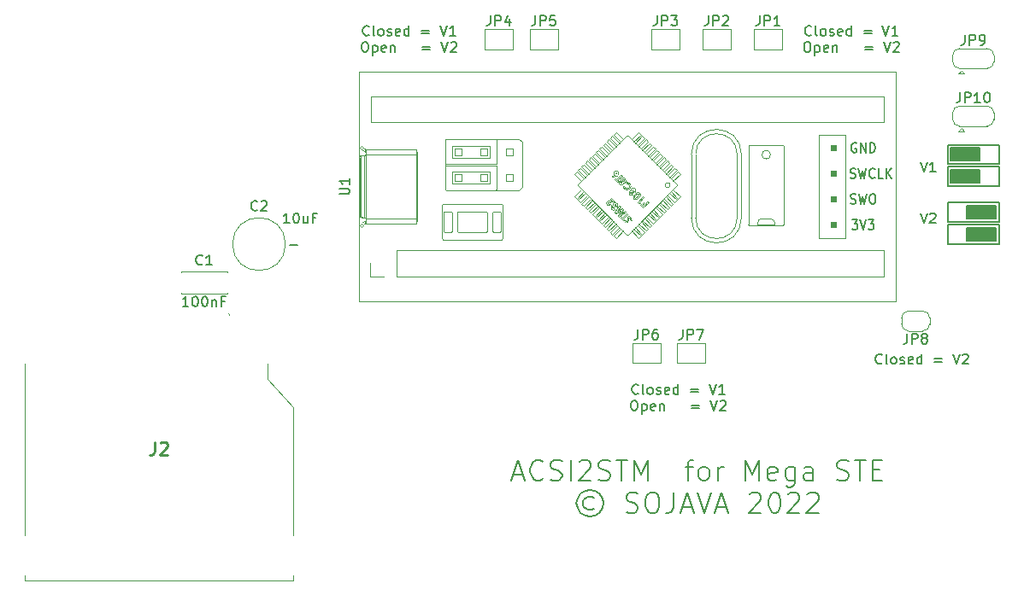
<source format=gbr>
G04 #@! TF.GenerationSoftware,KiCad,Pcbnew,(6.0.0-0)*
G04 #@! TF.CreationDate,2022-04-11T17:58:48+02:00*
G04 #@! TF.ProjectId,ACSI2SD MSTE,41435349-3253-4442-904d-5354452e6b69,1.1*
G04 #@! TF.SameCoordinates,Original*
G04 #@! TF.FileFunction,Legend,Top*
G04 #@! TF.FilePolarity,Positive*
%FSLAX46Y46*%
G04 Gerber Fmt 4.6, Leading zero omitted, Abs format (unit mm)*
G04 Created by KiCad (PCBNEW (6.0.0-0)) date 2022-04-11 17:58:48*
%MOMM*%
%LPD*%
G01*
G04 APERTURE LIST*
%ADD10C,0.150000*%
%ADD11C,0.254000*%
%ADD12C,0.120000*%
%ADD13C,0.100000*%
G04 APERTURE END LIST*
D10*
X197310476Y-121372380D02*
X197643809Y-122372380D01*
X197977142Y-121372380D01*
X198262857Y-121467619D02*
X198310476Y-121420000D01*
X198405714Y-121372380D01*
X198643809Y-121372380D01*
X198739047Y-121420000D01*
X198786666Y-121467619D01*
X198834285Y-121562857D01*
X198834285Y-121658095D01*
X198786666Y-121800952D01*
X198215238Y-122372380D01*
X198834285Y-122372380D01*
X197310476Y-116292380D02*
X197643809Y-117292380D01*
X197977142Y-116292380D01*
X198834285Y-117292380D02*
X198262857Y-117292380D01*
X198548571Y-117292380D02*
X198548571Y-116292380D01*
X198453333Y-116435238D01*
X198358095Y-116530476D01*
X198262857Y-116578095D01*
X204794506Y-121920000D02*
X201943452Y-121920000D01*
X201943452Y-121920000D02*
X201943452Y-120650000D01*
X201943452Y-120650000D02*
X204794506Y-120650000D01*
X204794506Y-120650000D02*
X204794506Y-121920000D01*
G36*
X204794506Y-121920000D02*
G01*
X201943452Y-121920000D01*
X201943452Y-120650000D01*
X204794506Y-120650000D01*
X204794506Y-121920000D01*
G37*
X200025000Y-122242110D02*
X205105000Y-122242110D01*
X205105000Y-122242110D02*
X205105000Y-120337110D01*
X205105000Y-120337110D02*
X200025000Y-120337110D01*
X200025000Y-120337110D02*
X200025000Y-122242110D01*
X200025000Y-124428214D02*
X205105000Y-124428214D01*
X205105000Y-124428214D02*
X205105000Y-122523214D01*
X205105000Y-122523214D02*
X200025000Y-122523214D01*
X200025000Y-122523214D02*
X200025000Y-124428214D01*
X204794506Y-124106104D02*
X201943452Y-124106104D01*
X201943452Y-124106104D02*
X201943452Y-122836104D01*
X201943452Y-122836104D02*
X204794506Y-122836104D01*
X204794506Y-122836104D02*
X204794506Y-124106104D01*
G36*
X204794506Y-124106104D02*
G01*
X201943452Y-124106104D01*
X201943452Y-122836104D01*
X204794506Y-122836104D01*
X204794506Y-124106104D01*
G37*
X205105000Y-116798994D02*
X200025000Y-116798994D01*
X200025000Y-116798994D02*
X200025000Y-118703994D01*
X200025000Y-118703994D02*
X205105000Y-118703994D01*
X205105000Y-118703994D02*
X205105000Y-116798994D01*
X200335494Y-117121104D02*
X203186548Y-117121104D01*
X203186548Y-117121104D02*
X203186548Y-118391104D01*
X203186548Y-118391104D02*
X200335494Y-118391104D01*
X200335494Y-118391104D02*
X200335494Y-117121104D01*
G36*
X200335494Y-117121104D02*
G01*
X203186548Y-117121104D01*
X203186548Y-118391104D01*
X200335494Y-118391104D01*
X200335494Y-117121104D01*
G37*
X205105000Y-114612890D02*
X200025000Y-114612890D01*
X200025000Y-114612890D02*
X200025000Y-116517890D01*
X200025000Y-116517890D02*
X205105000Y-116517890D01*
X205105000Y-116517890D02*
X205105000Y-114612890D01*
X200335494Y-114935000D02*
X203186548Y-114935000D01*
X203186548Y-114935000D02*
X203186548Y-116205000D01*
X203186548Y-116205000D02*
X200335494Y-116205000D01*
X200335494Y-116205000D02*
X200335494Y-114935000D01*
G36*
X200335494Y-114935000D02*
G01*
X203186548Y-114935000D01*
X203186548Y-116205000D01*
X200335494Y-116205000D01*
X200335494Y-114935000D01*
G37*
X193508809Y-136247142D02*
X193461190Y-136294761D01*
X193318333Y-136342380D01*
X193223095Y-136342380D01*
X193080238Y-136294761D01*
X192985000Y-136199523D01*
X192937380Y-136104285D01*
X192889761Y-135913809D01*
X192889761Y-135770952D01*
X192937380Y-135580476D01*
X192985000Y-135485238D01*
X193080238Y-135390000D01*
X193223095Y-135342380D01*
X193318333Y-135342380D01*
X193461190Y-135390000D01*
X193508809Y-135437619D01*
X194080238Y-136342380D02*
X193985000Y-136294761D01*
X193937380Y-136199523D01*
X193937380Y-135342380D01*
X194604047Y-136342380D02*
X194508809Y-136294761D01*
X194461190Y-136247142D01*
X194413571Y-136151904D01*
X194413571Y-135866190D01*
X194461190Y-135770952D01*
X194508809Y-135723333D01*
X194604047Y-135675714D01*
X194746904Y-135675714D01*
X194842142Y-135723333D01*
X194889761Y-135770952D01*
X194937380Y-135866190D01*
X194937380Y-136151904D01*
X194889761Y-136247142D01*
X194842142Y-136294761D01*
X194746904Y-136342380D01*
X194604047Y-136342380D01*
X195318333Y-136294761D02*
X195413571Y-136342380D01*
X195604047Y-136342380D01*
X195699285Y-136294761D01*
X195746904Y-136199523D01*
X195746904Y-136151904D01*
X195699285Y-136056666D01*
X195604047Y-136009047D01*
X195461190Y-136009047D01*
X195365952Y-135961428D01*
X195318333Y-135866190D01*
X195318333Y-135818571D01*
X195365952Y-135723333D01*
X195461190Y-135675714D01*
X195604047Y-135675714D01*
X195699285Y-135723333D01*
X196556428Y-136294761D02*
X196461190Y-136342380D01*
X196270714Y-136342380D01*
X196175476Y-136294761D01*
X196127857Y-136199523D01*
X196127857Y-135818571D01*
X196175476Y-135723333D01*
X196270714Y-135675714D01*
X196461190Y-135675714D01*
X196556428Y-135723333D01*
X196604047Y-135818571D01*
X196604047Y-135913809D01*
X196127857Y-136009047D01*
X197461190Y-136342380D02*
X197461190Y-135342380D01*
X197461190Y-136294761D02*
X197365952Y-136342380D01*
X197175476Y-136342380D01*
X197080238Y-136294761D01*
X197032619Y-136247142D01*
X196985000Y-136151904D01*
X196985000Y-135866190D01*
X197032619Y-135770952D01*
X197080238Y-135723333D01*
X197175476Y-135675714D01*
X197365952Y-135675714D01*
X197461190Y-135723333D01*
X198699285Y-135818571D02*
X199461190Y-135818571D01*
X199461190Y-136104285D02*
X198699285Y-136104285D01*
X200556428Y-135342380D02*
X200889761Y-136342380D01*
X201223095Y-135342380D01*
X201508809Y-135437619D02*
X201556428Y-135390000D01*
X201651666Y-135342380D01*
X201889761Y-135342380D01*
X201985000Y-135390000D01*
X202032619Y-135437619D01*
X202080238Y-135532857D01*
X202080238Y-135628095D01*
X202032619Y-135770952D01*
X201461190Y-136342380D01*
X202080238Y-136342380D01*
X134874047Y-124531428D02*
X135635952Y-124531428D01*
X186523809Y-103692142D02*
X186476190Y-103739761D01*
X186333333Y-103787380D01*
X186238095Y-103787380D01*
X186095238Y-103739761D01*
X186000000Y-103644523D01*
X185952380Y-103549285D01*
X185904761Y-103358809D01*
X185904761Y-103215952D01*
X185952380Y-103025476D01*
X186000000Y-102930238D01*
X186095238Y-102835000D01*
X186238095Y-102787380D01*
X186333333Y-102787380D01*
X186476190Y-102835000D01*
X186523809Y-102882619D01*
X187095238Y-103787380D02*
X187000000Y-103739761D01*
X186952380Y-103644523D01*
X186952380Y-102787380D01*
X187619047Y-103787380D02*
X187523809Y-103739761D01*
X187476190Y-103692142D01*
X187428571Y-103596904D01*
X187428571Y-103311190D01*
X187476190Y-103215952D01*
X187523809Y-103168333D01*
X187619047Y-103120714D01*
X187761904Y-103120714D01*
X187857142Y-103168333D01*
X187904761Y-103215952D01*
X187952380Y-103311190D01*
X187952380Y-103596904D01*
X187904761Y-103692142D01*
X187857142Y-103739761D01*
X187761904Y-103787380D01*
X187619047Y-103787380D01*
X188333333Y-103739761D02*
X188428571Y-103787380D01*
X188619047Y-103787380D01*
X188714285Y-103739761D01*
X188761904Y-103644523D01*
X188761904Y-103596904D01*
X188714285Y-103501666D01*
X188619047Y-103454047D01*
X188476190Y-103454047D01*
X188380952Y-103406428D01*
X188333333Y-103311190D01*
X188333333Y-103263571D01*
X188380952Y-103168333D01*
X188476190Y-103120714D01*
X188619047Y-103120714D01*
X188714285Y-103168333D01*
X189571428Y-103739761D02*
X189476190Y-103787380D01*
X189285714Y-103787380D01*
X189190476Y-103739761D01*
X189142857Y-103644523D01*
X189142857Y-103263571D01*
X189190476Y-103168333D01*
X189285714Y-103120714D01*
X189476190Y-103120714D01*
X189571428Y-103168333D01*
X189619047Y-103263571D01*
X189619047Y-103358809D01*
X189142857Y-103454047D01*
X190476190Y-103787380D02*
X190476190Y-102787380D01*
X190476190Y-103739761D02*
X190380952Y-103787380D01*
X190190476Y-103787380D01*
X190095238Y-103739761D01*
X190047619Y-103692142D01*
X190000000Y-103596904D01*
X190000000Y-103311190D01*
X190047619Y-103215952D01*
X190095238Y-103168333D01*
X190190476Y-103120714D01*
X190380952Y-103120714D01*
X190476190Y-103168333D01*
X191714285Y-103263571D02*
X192476190Y-103263571D01*
X192476190Y-103549285D02*
X191714285Y-103549285D01*
X193571428Y-102787380D02*
X193904761Y-103787380D01*
X194238095Y-102787380D01*
X195095238Y-103787380D02*
X194523809Y-103787380D01*
X194809523Y-103787380D02*
X194809523Y-102787380D01*
X194714285Y-102930238D01*
X194619047Y-103025476D01*
X194523809Y-103073095D01*
X186023809Y-104397380D02*
X186214285Y-104397380D01*
X186309523Y-104445000D01*
X186404761Y-104540238D01*
X186452380Y-104730714D01*
X186452380Y-105064047D01*
X186404761Y-105254523D01*
X186309523Y-105349761D01*
X186214285Y-105397380D01*
X186023809Y-105397380D01*
X185928571Y-105349761D01*
X185833333Y-105254523D01*
X185785714Y-105064047D01*
X185785714Y-104730714D01*
X185833333Y-104540238D01*
X185928571Y-104445000D01*
X186023809Y-104397380D01*
X186880952Y-104730714D02*
X186880952Y-105730714D01*
X186880952Y-104778333D02*
X186976190Y-104730714D01*
X187166666Y-104730714D01*
X187261904Y-104778333D01*
X187309523Y-104825952D01*
X187357142Y-104921190D01*
X187357142Y-105206904D01*
X187309523Y-105302142D01*
X187261904Y-105349761D01*
X187166666Y-105397380D01*
X186976190Y-105397380D01*
X186880952Y-105349761D01*
X188166666Y-105349761D02*
X188071428Y-105397380D01*
X187880952Y-105397380D01*
X187785714Y-105349761D01*
X187738095Y-105254523D01*
X187738095Y-104873571D01*
X187785714Y-104778333D01*
X187880952Y-104730714D01*
X188071428Y-104730714D01*
X188166666Y-104778333D01*
X188214285Y-104873571D01*
X188214285Y-104968809D01*
X187738095Y-105064047D01*
X188642857Y-104730714D02*
X188642857Y-105397380D01*
X188642857Y-104825952D02*
X188690476Y-104778333D01*
X188785714Y-104730714D01*
X188928571Y-104730714D01*
X189023809Y-104778333D01*
X189071428Y-104873571D01*
X189071428Y-105397380D01*
X191833333Y-104873571D02*
X192595238Y-104873571D01*
X192595238Y-105159285D02*
X191833333Y-105159285D01*
X193690476Y-104397380D02*
X194023809Y-105397380D01*
X194357142Y-104397380D01*
X194642857Y-104492619D02*
X194690476Y-104445000D01*
X194785714Y-104397380D01*
X195023809Y-104397380D01*
X195119047Y-104445000D01*
X195166666Y-104492619D01*
X195214285Y-104587857D01*
X195214285Y-104683095D01*
X195166666Y-104825952D01*
X194595238Y-105397380D01*
X195214285Y-105397380D01*
X156974285Y-147313333D02*
X157926666Y-147313333D01*
X156783809Y-147884761D02*
X157450476Y-145884761D01*
X158117142Y-147884761D01*
X159926666Y-147694285D02*
X159831428Y-147789523D01*
X159545714Y-147884761D01*
X159355238Y-147884761D01*
X159069523Y-147789523D01*
X158879047Y-147599047D01*
X158783809Y-147408571D01*
X158688571Y-147027619D01*
X158688571Y-146741904D01*
X158783809Y-146360952D01*
X158879047Y-146170476D01*
X159069523Y-145980000D01*
X159355238Y-145884761D01*
X159545714Y-145884761D01*
X159831428Y-145980000D01*
X159926666Y-146075238D01*
X160688571Y-147789523D02*
X160974285Y-147884761D01*
X161450476Y-147884761D01*
X161640952Y-147789523D01*
X161736190Y-147694285D01*
X161831428Y-147503809D01*
X161831428Y-147313333D01*
X161736190Y-147122857D01*
X161640952Y-147027619D01*
X161450476Y-146932380D01*
X161069523Y-146837142D01*
X160879047Y-146741904D01*
X160783809Y-146646666D01*
X160688571Y-146456190D01*
X160688571Y-146265714D01*
X160783809Y-146075238D01*
X160879047Y-145980000D01*
X161069523Y-145884761D01*
X161545714Y-145884761D01*
X161831428Y-145980000D01*
X162688571Y-147884761D02*
X162688571Y-145884761D01*
X163545714Y-146075238D02*
X163640952Y-145980000D01*
X163831428Y-145884761D01*
X164307619Y-145884761D01*
X164498095Y-145980000D01*
X164593333Y-146075238D01*
X164688571Y-146265714D01*
X164688571Y-146456190D01*
X164593333Y-146741904D01*
X163450476Y-147884761D01*
X164688571Y-147884761D01*
X165450476Y-147789523D02*
X165736190Y-147884761D01*
X166212380Y-147884761D01*
X166402857Y-147789523D01*
X166498095Y-147694285D01*
X166593333Y-147503809D01*
X166593333Y-147313333D01*
X166498095Y-147122857D01*
X166402857Y-147027619D01*
X166212380Y-146932380D01*
X165831428Y-146837142D01*
X165640952Y-146741904D01*
X165545714Y-146646666D01*
X165450476Y-146456190D01*
X165450476Y-146265714D01*
X165545714Y-146075238D01*
X165640952Y-145980000D01*
X165831428Y-145884761D01*
X166307619Y-145884761D01*
X166593333Y-145980000D01*
X167164761Y-145884761D02*
X168307619Y-145884761D01*
X167736190Y-147884761D02*
X167736190Y-145884761D01*
X168974285Y-147884761D02*
X168974285Y-145884761D01*
X169640952Y-147313333D01*
X170307619Y-145884761D01*
X170307619Y-147884761D01*
X174021904Y-146551428D02*
X174783809Y-146551428D01*
X174307619Y-147884761D02*
X174307619Y-146170476D01*
X174402857Y-145980000D01*
X174593333Y-145884761D01*
X174783809Y-145884761D01*
X175736190Y-147884761D02*
X175545714Y-147789523D01*
X175450476Y-147694285D01*
X175355238Y-147503809D01*
X175355238Y-146932380D01*
X175450476Y-146741904D01*
X175545714Y-146646666D01*
X175736190Y-146551428D01*
X176021904Y-146551428D01*
X176212380Y-146646666D01*
X176307619Y-146741904D01*
X176402857Y-146932380D01*
X176402857Y-147503809D01*
X176307619Y-147694285D01*
X176212380Y-147789523D01*
X176021904Y-147884761D01*
X175736190Y-147884761D01*
X177260000Y-147884761D02*
X177260000Y-146551428D01*
X177260000Y-146932380D02*
X177355238Y-146741904D01*
X177450476Y-146646666D01*
X177640952Y-146551428D01*
X177831428Y-146551428D01*
X180021904Y-147884761D02*
X180021904Y-145884761D01*
X180688571Y-147313333D01*
X181355238Y-145884761D01*
X181355238Y-147884761D01*
X183069523Y-147789523D02*
X182879047Y-147884761D01*
X182498095Y-147884761D01*
X182307619Y-147789523D01*
X182212380Y-147599047D01*
X182212380Y-146837142D01*
X182307619Y-146646666D01*
X182498095Y-146551428D01*
X182879047Y-146551428D01*
X183069523Y-146646666D01*
X183164761Y-146837142D01*
X183164761Y-147027619D01*
X182212380Y-147218095D01*
X184879047Y-146551428D02*
X184879047Y-148170476D01*
X184783809Y-148360952D01*
X184688571Y-148456190D01*
X184498095Y-148551428D01*
X184212380Y-148551428D01*
X184021904Y-148456190D01*
X184879047Y-147789523D02*
X184688571Y-147884761D01*
X184307619Y-147884761D01*
X184117142Y-147789523D01*
X184021904Y-147694285D01*
X183926666Y-147503809D01*
X183926666Y-146932380D01*
X184021904Y-146741904D01*
X184117142Y-146646666D01*
X184307619Y-146551428D01*
X184688571Y-146551428D01*
X184879047Y-146646666D01*
X186688571Y-147884761D02*
X186688571Y-146837142D01*
X186593333Y-146646666D01*
X186402857Y-146551428D01*
X186021904Y-146551428D01*
X185831428Y-146646666D01*
X186688571Y-147789523D02*
X186498095Y-147884761D01*
X186021904Y-147884761D01*
X185831428Y-147789523D01*
X185736190Y-147599047D01*
X185736190Y-147408571D01*
X185831428Y-147218095D01*
X186021904Y-147122857D01*
X186498095Y-147122857D01*
X186688571Y-147027619D01*
X189069523Y-147789523D02*
X189355238Y-147884761D01*
X189831428Y-147884761D01*
X190021904Y-147789523D01*
X190117142Y-147694285D01*
X190212380Y-147503809D01*
X190212380Y-147313333D01*
X190117142Y-147122857D01*
X190021904Y-147027619D01*
X189831428Y-146932380D01*
X189450476Y-146837142D01*
X189260000Y-146741904D01*
X189164761Y-146646666D01*
X189069523Y-146456190D01*
X189069523Y-146265714D01*
X189164761Y-146075238D01*
X189260000Y-145980000D01*
X189450476Y-145884761D01*
X189926666Y-145884761D01*
X190212380Y-145980000D01*
X190783809Y-145884761D02*
X191926666Y-145884761D01*
X191355238Y-147884761D02*
X191355238Y-145884761D01*
X192593333Y-146837142D02*
X193260000Y-146837142D01*
X193545714Y-147884761D02*
X192593333Y-147884761D01*
X192593333Y-145884761D01*
X193545714Y-145884761D01*
X164974285Y-149580952D02*
X164783809Y-149485714D01*
X164402857Y-149485714D01*
X164212380Y-149580952D01*
X164021904Y-149771428D01*
X163926666Y-149961904D01*
X163926666Y-150342857D01*
X164021904Y-150533333D01*
X164212380Y-150723809D01*
X164402857Y-150819047D01*
X164783809Y-150819047D01*
X164974285Y-150723809D01*
X164593333Y-148819047D02*
X164117142Y-148914285D01*
X163640952Y-149200000D01*
X163355238Y-149676190D01*
X163260000Y-150152380D01*
X163355238Y-150628571D01*
X163640952Y-151104761D01*
X164117142Y-151390476D01*
X164593333Y-151485714D01*
X165069523Y-151390476D01*
X165545714Y-151104761D01*
X165831428Y-150628571D01*
X165926666Y-150152380D01*
X165831428Y-149676190D01*
X165545714Y-149200000D01*
X165069523Y-148914285D01*
X164593333Y-148819047D01*
X168212380Y-151009523D02*
X168498095Y-151104761D01*
X168974285Y-151104761D01*
X169164761Y-151009523D01*
X169260000Y-150914285D01*
X169355238Y-150723809D01*
X169355238Y-150533333D01*
X169260000Y-150342857D01*
X169164761Y-150247619D01*
X168974285Y-150152380D01*
X168593333Y-150057142D01*
X168402857Y-149961904D01*
X168307619Y-149866666D01*
X168212380Y-149676190D01*
X168212380Y-149485714D01*
X168307619Y-149295238D01*
X168402857Y-149200000D01*
X168593333Y-149104761D01*
X169069523Y-149104761D01*
X169355238Y-149200000D01*
X170593333Y-149104761D02*
X170974285Y-149104761D01*
X171164761Y-149200000D01*
X171355238Y-149390476D01*
X171450476Y-149771428D01*
X171450476Y-150438095D01*
X171355238Y-150819047D01*
X171164761Y-151009523D01*
X170974285Y-151104761D01*
X170593333Y-151104761D01*
X170402857Y-151009523D01*
X170212380Y-150819047D01*
X170117142Y-150438095D01*
X170117142Y-149771428D01*
X170212380Y-149390476D01*
X170402857Y-149200000D01*
X170593333Y-149104761D01*
X172879047Y-149104761D02*
X172879047Y-150533333D01*
X172783809Y-150819047D01*
X172593333Y-151009523D01*
X172307619Y-151104761D01*
X172117142Y-151104761D01*
X173736190Y-150533333D02*
X174688571Y-150533333D01*
X173545714Y-151104761D02*
X174212380Y-149104761D01*
X174879047Y-151104761D01*
X175260000Y-149104761D02*
X175926666Y-151104761D01*
X176593333Y-149104761D01*
X177164761Y-150533333D02*
X178117142Y-150533333D01*
X176974285Y-151104761D02*
X177640952Y-149104761D01*
X178307619Y-151104761D01*
X180402857Y-149295238D02*
X180498095Y-149200000D01*
X180688571Y-149104761D01*
X181164761Y-149104761D01*
X181355238Y-149200000D01*
X181450476Y-149295238D01*
X181545714Y-149485714D01*
X181545714Y-149676190D01*
X181450476Y-149961904D01*
X180307619Y-151104761D01*
X181545714Y-151104761D01*
X182783809Y-149104761D02*
X182974285Y-149104761D01*
X183164761Y-149200000D01*
X183260000Y-149295238D01*
X183355238Y-149485714D01*
X183450476Y-149866666D01*
X183450476Y-150342857D01*
X183355238Y-150723809D01*
X183260000Y-150914285D01*
X183164761Y-151009523D01*
X182974285Y-151104761D01*
X182783809Y-151104761D01*
X182593333Y-151009523D01*
X182498095Y-150914285D01*
X182402857Y-150723809D01*
X182307619Y-150342857D01*
X182307619Y-149866666D01*
X182402857Y-149485714D01*
X182498095Y-149295238D01*
X182593333Y-149200000D01*
X182783809Y-149104761D01*
X184212380Y-149295238D02*
X184307619Y-149200000D01*
X184498095Y-149104761D01*
X184974285Y-149104761D01*
X185164761Y-149200000D01*
X185260000Y-149295238D01*
X185355238Y-149485714D01*
X185355238Y-149676190D01*
X185260000Y-149961904D01*
X184117142Y-151104761D01*
X185355238Y-151104761D01*
X186117142Y-149295238D02*
X186212380Y-149200000D01*
X186402857Y-149104761D01*
X186879047Y-149104761D01*
X187069523Y-149200000D01*
X187164761Y-149295238D01*
X187260000Y-149485714D01*
X187260000Y-149676190D01*
X187164761Y-149961904D01*
X186021904Y-151104761D01*
X187260000Y-151104761D01*
X134818571Y-122372380D02*
X134247142Y-122372380D01*
X134532857Y-122372380D02*
X134532857Y-121372380D01*
X134437619Y-121515238D01*
X134342380Y-121610476D01*
X134247142Y-121658095D01*
X135437619Y-121372380D02*
X135532857Y-121372380D01*
X135628095Y-121420000D01*
X135675714Y-121467619D01*
X135723333Y-121562857D01*
X135770952Y-121753333D01*
X135770952Y-121991428D01*
X135723333Y-122181904D01*
X135675714Y-122277142D01*
X135628095Y-122324761D01*
X135532857Y-122372380D01*
X135437619Y-122372380D01*
X135342380Y-122324761D01*
X135294761Y-122277142D01*
X135247142Y-122181904D01*
X135199523Y-121991428D01*
X135199523Y-121753333D01*
X135247142Y-121562857D01*
X135294761Y-121467619D01*
X135342380Y-121420000D01*
X135437619Y-121372380D01*
X136628095Y-121705714D02*
X136628095Y-122372380D01*
X136199523Y-121705714D02*
X136199523Y-122229523D01*
X136247142Y-122324761D01*
X136342380Y-122372380D01*
X136485238Y-122372380D01*
X136580476Y-122324761D01*
X136628095Y-122277142D01*
X137437619Y-121848571D02*
X137104285Y-121848571D01*
X137104285Y-122372380D02*
X137104285Y-121372380D01*
X137580476Y-121372380D01*
X142708809Y-103692142D02*
X142661190Y-103739761D01*
X142518333Y-103787380D01*
X142423095Y-103787380D01*
X142280238Y-103739761D01*
X142185000Y-103644523D01*
X142137380Y-103549285D01*
X142089761Y-103358809D01*
X142089761Y-103215952D01*
X142137380Y-103025476D01*
X142185000Y-102930238D01*
X142280238Y-102835000D01*
X142423095Y-102787380D01*
X142518333Y-102787380D01*
X142661190Y-102835000D01*
X142708809Y-102882619D01*
X143280238Y-103787380D02*
X143185000Y-103739761D01*
X143137380Y-103644523D01*
X143137380Y-102787380D01*
X143804047Y-103787380D02*
X143708809Y-103739761D01*
X143661190Y-103692142D01*
X143613571Y-103596904D01*
X143613571Y-103311190D01*
X143661190Y-103215952D01*
X143708809Y-103168333D01*
X143804047Y-103120714D01*
X143946904Y-103120714D01*
X144042142Y-103168333D01*
X144089761Y-103215952D01*
X144137380Y-103311190D01*
X144137380Y-103596904D01*
X144089761Y-103692142D01*
X144042142Y-103739761D01*
X143946904Y-103787380D01*
X143804047Y-103787380D01*
X144518333Y-103739761D02*
X144613571Y-103787380D01*
X144804047Y-103787380D01*
X144899285Y-103739761D01*
X144946904Y-103644523D01*
X144946904Y-103596904D01*
X144899285Y-103501666D01*
X144804047Y-103454047D01*
X144661190Y-103454047D01*
X144565952Y-103406428D01*
X144518333Y-103311190D01*
X144518333Y-103263571D01*
X144565952Y-103168333D01*
X144661190Y-103120714D01*
X144804047Y-103120714D01*
X144899285Y-103168333D01*
X145756428Y-103739761D02*
X145661190Y-103787380D01*
X145470714Y-103787380D01*
X145375476Y-103739761D01*
X145327857Y-103644523D01*
X145327857Y-103263571D01*
X145375476Y-103168333D01*
X145470714Y-103120714D01*
X145661190Y-103120714D01*
X145756428Y-103168333D01*
X145804047Y-103263571D01*
X145804047Y-103358809D01*
X145327857Y-103454047D01*
X146661190Y-103787380D02*
X146661190Y-102787380D01*
X146661190Y-103739761D02*
X146565952Y-103787380D01*
X146375476Y-103787380D01*
X146280238Y-103739761D01*
X146232619Y-103692142D01*
X146185000Y-103596904D01*
X146185000Y-103311190D01*
X146232619Y-103215952D01*
X146280238Y-103168333D01*
X146375476Y-103120714D01*
X146565952Y-103120714D01*
X146661190Y-103168333D01*
X147899285Y-103263571D02*
X148661190Y-103263571D01*
X148661190Y-103549285D02*
X147899285Y-103549285D01*
X149756428Y-102787380D02*
X150089761Y-103787380D01*
X150423095Y-102787380D01*
X151280238Y-103787380D02*
X150708809Y-103787380D01*
X150994523Y-103787380D02*
X150994523Y-102787380D01*
X150899285Y-102930238D01*
X150804047Y-103025476D01*
X150708809Y-103073095D01*
X142208809Y-104397380D02*
X142399285Y-104397380D01*
X142494523Y-104445000D01*
X142589761Y-104540238D01*
X142637380Y-104730714D01*
X142637380Y-105064047D01*
X142589761Y-105254523D01*
X142494523Y-105349761D01*
X142399285Y-105397380D01*
X142208809Y-105397380D01*
X142113571Y-105349761D01*
X142018333Y-105254523D01*
X141970714Y-105064047D01*
X141970714Y-104730714D01*
X142018333Y-104540238D01*
X142113571Y-104445000D01*
X142208809Y-104397380D01*
X143065952Y-104730714D02*
X143065952Y-105730714D01*
X143065952Y-104778333D02*
X143161190Y-104730714D01*
X143351666Y-104730714D01*
X143446904Y-104778333D01*
X143494523Y-104825952D01*
X143542142Y-104921190D01*
X143542142Y-105206904D01*
X143494523Y-105302142D01*
X143446904Y-105349761D01*
X143351666Y-105397380D01*
X143161190Y-105397380D01*
X143065952Y-105349761D01*
X144351666Y-105349761D02*
X144256428Y-105397380D01*
X144065952Y-105397380D01*
X143970714Y-105349761D01*
X143923095Y-105254523D01*
X143923095Y-104873571D01*
X143970714Y-104778333D01*
X144065952Y-104730714D01*
X144256428Y-104730714D01*
X144351666Y-104778333D01*
X144399285Y-104873571D01*
X144399285Y-104968809D01*
X143923095Y-105064047D01*
X144827857Y-104730714D02*
X144827857Y-105397380D01*
X144827857Y-104825952D02*
X144875476Y-104778333D01*
X144970714Y-104730714D01*
X145113571Y-104730714D01*
X145208809Y-104778333D01*
X145256428Y-104873571D01*
X145256428Y-105397380D01*
X148018333Y-104873571D02*
X148780238Y-104873571D01*
X148780238Y-105159285D02*
X148018333Y-105159285D01*
X149875476Y-104397380D02*
X150208809Y-105397380D01*
X150542142Y-104397380D01*
X150827857Y-104492619D02*
X150875476Y-104445000D01*
X150970714Y-104397380D01*
X151208809Y-104397380D01*
X151304047Y-104445000D01*
X151351666Y-104492619D01*
X151399285Y-104587857D01*
X151399285Y-104683095D01*
X151351666Y-104825952D01*
X150780238Y-105397380D01*
X151399285Y-105397380D01*
X169378809Y-139252142D02*
X169331190Y-139299761D01*
X169188333Y-139347380D01*
X169093095Y-139347380D01*
X168950238Y-139299761D01*
X168855000Y-139204523D01*
X168807380Y-139109285D01*
X168759761Y-138918809D01*
X168759761Y-138775952D01*
X168807380Y-138585476D01*
X168855000Y-138490238D01*
X168950238Y-138395000D01*
X169093095Y-138347380D01*
X169188333Y-138347380D01*
X169331190Y-138395000D01*
X169378809Y-138442619D01*
X169950238Y-139347380D02*
X169855000Y-139299761D01*
X169807380Y-139204523D01*
X169807380Y-138347380D01*
X170474047Y-139347380D02*
X170378809Y-139299761D01*
X170331190Y-139252142D01*
X170283571Y-139156904D01*
X170283571Y-138871190D01*
X170331190Y-138775952D01*
X170378809Y-138728333D01*
X170474047Y-138680714D01*
X170616904Y-138680714D01*
X170712142Y-138728333D01*
X170759761Y-138775952D01*
X170807380Y-138871190D01*
X170807380Y-139156904D01*
X170759761Y-139252142D01*
X170712142Y-139299761D01*
X170616904Y-139347380D01*
X170474047Y-139347380D01*
X171188333Y-139299761D02*
X171283571Y-139347380D01*
X171474047Y-139347380D01*
X171569285Y-139299761D01*
X171616904Y-139204523D01*
X171616904Y-139156904D01*
X171569285Y-139061666D01*
X171474047Y-139014047D01*
X171331190Y-139014047D01*
X171235952Y-138966428D01*
X171188333Y-138871190D01*
X171188333Y-138823571D01*
X171235952Y-138728333D01*
X171331190Y-138680714D01*
X171474047Y-138680714D01*
X171569285Y-138728333D01*
X172426428Y-139299761D02*
X172331190Y-139347380D01*
X172140714Y-139347380D01*
X172045476Y-139299761D01*
X171997857Y-139204523D01*
X171997857Y-138823571D01*
X172045476Y-138728333D01*
X172140714Y-138680714D01*
X172331190Y-138680714D01*
X172426428Y-138728333D01*
X172474047Y-138823571D01*
X172474047Y-138918809D01*
X171997857Y-139014047D01*
X173331190Y-139347380D02*
X173331190Y-138347380D01*
X173331190Y-139299761D02*
X173235952Y-139347380D01*
X173045476Y-139347380D01*
X172950238Y-139299761D01*
X172902619Y-139252142D01*
X172855000Y-139156904D01*
X172855000Y-138871190D01*
X172902619Y-138775952D01*
X172950238Y-138728333D01*
X173045476Y-138680714D01*
X173235952Y-138680714D01*
X173331190Y-138728333D01*
X174569285Y-138823571D02*
X175331190Y-138823571D01*
X175331190Y-139109285D02*
X174569285Y-139109285D01*
X176426428Y-138347380D02*
X176759761Y-139347380D01*
X177093095Y-138347380D01*
X177950238Y-139347380D02*
X177378809Y-139347380D01*
X177664523Y-139347380D02*
X177664523Y-138347380D01*
X177569285Y-138490238D01*
X177474047Y-138585476D01*
X177378809Y-138633095D01*
X168878809Y-139957380D02*
X169069285Y-139957380D01*
X169164523Y-140005000D01*
X169259761Y-140100238D01*
X169307380Y-140290714D01*
X169307380Y-140624047D01*
X169259761Y-140814523D01*
X169164523Y-140909761D01*
X169069285Y-140957380D01*
X168878809Y-140957380D01*
X168783571Y-140909761D01*
X168688333Y-140814523D01*
X168640714Y-140624047D01*
X168640714Y-140290714D01*
X168688333Y-140100238D01*
X168783571Y-140005000D01*
X168878809Y-139957380D01*
X169735952Y-140290714D02*
X169735952Y-141290714D01*
X169735952Y-140338333D02*
X169831190Y-140290714D01*
X170021666Y-140290714D01*
X170116904Y-140338333D01*
X170164523Y-140385952D01*
X170212142Y-140481190D01*
X170212142Y-140766904D01*
X170164523Y-140862142D01*
X170116904Y-140909761D01*
X170021666Y-140957380D01*
X169831190Y-140957380D01*
X169735952Y-140909761D01*
X171021666Y-140909761D02*
X170926428Y-140957380D01*
X170735952Y-140957380D01*
X170640714Y-140909761D01*
X170593095Y-140814523D01*
X170593095Y-140433571D01*
X170640714Y-140338333D01*
X170735952Y-140290714D01*
X170926428Y-140290714D01*
X171021666Y-140338333D01*
X171069285Y-140433571D01*
X171069285Y-140528809D01*
X170593095Y-140624047D01*
X171497857Y-140290714D02*
X171497857Y-140957380D01*
X171497857Y-140385952D02*
X171545476Y-140338333D01*
X171640714Y-140290714D01*
X171783571Y-140290714D01*
X171878809Y-140338333D01*
X171926428Y-140433571D01*
X171926428Y-140957380D01*
X174688333Y-140433571D02*
X175450238Y-140433571D01*
X175450238Y-140719285D02*
X174688333Y-140719285D01*
X176545476Y-139957380D02*
X176878809Y-140957380D01*
X177212142Y-139957380D01*
X177497857Y-140052619D02*
X177545476Y-140005000D01*
X177640714Y-139957380D01*
X177878809Y-139957380D01*
X177974047Y-140005000D01*
X178021666Y-140052619D01*
X178069285Y-140147857D01*
X178069285Y-140243095D01*
X178021666Y-140385952D01*
X177450238Y-140957380D01*
X178069285Y-140957380D01*
X124817380Y-130627380D02*
X124245952Y-130627380D01*
X124531666Y-130627380D02*
X124531666Y-129627380D01*
X124436428Y-129770238D01*
X124341190Y-129865476D01*
X124245952Y-129913095D01*
X125436428Y-129627380D02*
X125531666Y-129627380D01*
X125626904Y-129675000D01*
X125674523Y-129722619D01*
X125722142Y-129817857D01*
X125769761Y-130008333D01*
X125769761Y-130246428D01*
X125722142Y-130436904D01*
X125674523Y-130532142D01*
X125626904Y-130579761D01*
X125531666Y-130627380D01*
X125436428Y-130627380D01*
X125341190Y-130579761D01*
X125293571Y-130532142D01*
X125245952Y-130436904D01*
X125198333Y-130246428D01*
X125198333Y-130008333D01*
X125245952Y-129817857D01*
X125293571Y-129722619D01*
X125341190Y-129675000D01*
X125436428Y-129627380D01*
X126388809Y-129627380D02*
X126484047Y-129627380D01*
X126579285Y-129675000D01*
X126626904Y-129722619D01*
X126674523Y-129817857D01*
X126722142Y-130008333D01*
X126722142Y-130246428D01*
X126674523Y-130436904D01*
X126626904Y-130532142D01*
X126579285Y-130579761D01*
X126484047Y-130627380D01*
X126388809Y-130627380D01*
X126293571Y-130579761D01*
X126245952Y-130532142D01*
X126198333Y-130436904D01*
X126150714Y-130246428D01*
X126150714Y-130008333D01*
X126198333Y-129817857D01*
X126245952Y-129722619D01*
X126293571Y-129675000D01*
X126388809Y-129627380D01*
X127150714Y-129960714D02*
X127150714Y-130627380D01*
X127150714Y-130055952D02*
X127198333Y-130008333D01*
X127293571Y-129960714D01*
X127436428Y-129960714D01*
X127531666Y-130008333D01*
X127579285Y-130103571D01*
X127579285Y-130627380D01*
X128388809Y-130103571D02*
X128055476Y-130103571D01*
X128055476Y-130627380D02*
X128055476Y-129627380D01*
X128531666Y-129627380D01*
G04 #@! TO.C,JP6*
X169346666Y-132907380D02*
X169346666Y-133621666D01*
X169299047Y-133764523D01*
X169203809Y-133859761D01*
X169060952Y-133907380D01*
X168965714Y-133907380D01*
X169822857Y-133907380D02*
X169822857Y-132907380D01*
X170203809Y-132907380D01*
X170299047Y-132955000D01*
X170346666Y-133002619D01*
X170394285Y-133097857D01*
X170394285Y-133240714D01*
X170346666Y-133335952D01*
X170299047Y-133383571D01*
X170203809Y-133431190D01*
X169822857Y-133431190D01*
X171251428Y-132907380D02*
X171060952Y-132907380D01*
X170965714Y-132955000D01*
X170918095Y-133002619D01*
X170822857Y-133145476D01*
X170775238Y-133335952D01*
X170775238Y-133716904D01*
X170822857Y-133812142D01*
X170870476Y-133859761D01*
X170965714Y-133907380D01*
X171156190Y-133907380D01*
X171251428Y-133859761D01*
X171299047Y-133812142D01*
X171346666Y-133716904D01*
X171346666Y-133478809D01*
X171299047Y-133383571D01*
X171251428Y-133335952D01*
X171156190Y-133288333D01*
X170965714Y-133288333D01*
X170870476Y-133335952D01*
X170822857Y-133383571D01*
X170775238Y-133478809D01*
G04 #@! TO.C,U1*
X139787380Y-119506904D02*
X140596904Y-119506904D01*
X140692142Y-119459285D01*
X140739761Y-119411666D01*
X140787380Y-119316428D01*
X140787380Y-119125952D01*
X140739761Y-119030714D01*
X140692142Y-118983095D01*
X140596904Y-118935476D01*
X139787380Y-118935476D01*
X140787380Y-117935476D02*
X140787380Y-118506904D01*
X140787380Y-118221190D02*
X139787380Y-118221190D01*
X139930238Y-118316428D01*
X140025476Y-118411666D01*
X140073095Y-118506904D01*
X190528714Y-122007380D02*
X191085857Y-122007380D01*
X190785857Y-122388333D01*
X190914428Y-122388333D01*
X191000142Y-122435952D01*
X191043000Y-122483571D01*
X191085857Y-122578809D01*
X191085857Y-122816904D01*
X191043000Y-122912142D01*
X191000142Y-122959761D01*
X190914428Y-123007380D01*
X190657285Y-123007380D01*
X190571571Y-122959761D01*
X190528714Y-122912142D01*
X191343000Y-122007380D02*
X191643000Y-123007380D01*
X191943000Y-122007380D01*
X192157285Y-122007380D02*
X192714428Y-122007380D01*
X192414428Y-122388333D01*
X192543000Y-122388333D01*
X192628714Y-122435952D01*
X192671571Y-122483571D01*
X192714428Y-122578809D01*
X192714428Y-122816904D01*
X192671571Y-122912142D01*
X192628714Y-122959761D01*
X192543000Y-123007380D01*
X192285857Y-123007380D01*
X192200142Y-122959761D01*
X192157285Y-122912142D01*
X190957285Y-114435000D02*
X190871571Y-114387380D01*
X190743000Y-114387380D01*
X190614428Y-114435000D01*
X190528714Y-114530238D01*
X190485857Y-114625476D01*
X190443000Y-114815952D01*
X190443000Y-114958809D01*
X190485857Y-115149285D01*
X190528714Y-115244523D01*
X190614428Y-115339761D01*
X190743000Y-115387380D01*
X190828714Y-115387380D01*
X190957285Y-115339761D01*
X191000142Y-115292142D01*
X191000142Y-114958809D01*
X190828714Y-114958809D01*
X191385857Y-115387380D02*
X191385857Y-114387380D01*
X191900142Y-115387380D01*
X191900142Y-114387380D01*
X192328714Y-115387380D02*
X192328714Y-114387380D01*
X192543000Y-114387380D01*
X192671571Y-114435000D01*
X192757285Y-114530238D01*
X192800142Y-114625476D01*
X192843000Y-114815952D01*
X192843000Y-114958809D01*
X192800142Y-115149285D01*
X192757285Y-115244523D01*
X192671571Y-115339761D01*
X192543000Y-115387380D01*
X192328714Y-115387380D01*
X190400142Y-120419761D02*
X190528714Y-120467380D01*
X190743000Y-120467380D01*
X190828714Y-120419761D01*
X190871571Y-120372142D01*
X190914428Y-120276904D01*
X190914428Y-120181666D01*
X190871571Y-120086428D01*
X190828714Y-120038809D01*
X190743000Y-119991190D01*
X190571571Y-119943571D01*
X190485857Y-119895952D01*
X190443000Y-119848333D01*
X190400142Y-119753095D01*
X190400142Y-119657857D01*
X190443000Y-119562619D01*
X190485857Y-119515000D01*
X190571571Y-119467380D01*
X190785857Y-119467380D01*
X190914428Y-119515000D01*
X191214428Y-119467380D02*
X191428714Y-120467380D01*
X191600142Y-119753095D01*
X191771571Y-120467380D01*
X191985857Y-119467380D01*
X192500142Y-119467380D02*
X192671571Y-119467380D01*
X192757285Y-119515000D01*
X192843000Y-119610238D01*
X192885857Y-119800714D01*
X192885857Y-120134047D01*
X192843000Y-120324523D01*
X192757285Y-120419761D01*
X192671571Y-120467380D01*
X192500142Y-120467380D01*
X192414428Y-120419761D01*
X192328714Y-120324523D01*
X192285857Y-120134047D01*
X192285857Y-119800714D01*
X192328714Y-119610238D01*
X192414428Y-119515000D01*
X192500142Y-119467380D01*
X190369285Y-117879761D02*
X190497857Y-117927380D01*
X190712142Y-117927380D01*
X190797857Y-117879761D01*
X190840714Y-117832142D01*
X190883571Y-117736904D01*
X190883571Y-117641666D01*
X190840714Y-117546428D01*
X190797857Y-117498809D01*
X190712142Y-117451190D01*
X190540714Y-117403571D01*
X190455000Y-117355952D01*
X190412142Y-117308333D01*
X190369285Y-117213095D01*
X190369285Y-117117857D01*
X190412142Y-117022619D01*
X190455000Y-116975000D01*
X190540714Y-116927380D01*
X190755000Y-116927380D01*
X190883571Y-116975000D01*
X191183571Y-116927380D02*
X191397857Y-117927380D01*
X191569285Y-117213095D01*
X191740714Y-117927380D01*
X191955000Y-116927380D01*
X192812142Y-117832142D02*
X192769285Y-117879761D01*
X192640714Y-117927380D01*
X192555000Y-117927380D01*
X192426428Y-117879761D01*
X192340714Y-117784523D01*
X192297857Y-117689285D01*
X192255000Y-117498809D01*
X192255000Y-117355952D01*
X192297857Y-117165476D01*
X192340714Y-117070238D01*
X192426428Y-116975000D01*
X192555000Y-116927380D01*
X192640714Y-116927380D01*
X192769285Y-116975000D01*
X192812142Y-117022619D01*
X193626428Y-117927380D02*
X193197857Y-117927380D01*
X193197857Y-116927380D01*
X193926428Y-117927380D02*
X193926428Y-116927380D01*
X194440714Y-117927380D02*
X194055000Y-117355952D01*
X194440714Y-116927380D02*
X193926428Y-117498809D01*
G04 #@! TO.C,JP10*
X201255476Y-109412380D02*
X201255476Y-110126666D01*
X201207857Y-110269523D01*
X201112619Y-110364761D01*
X200969761Y-110412380D01*
X200874523Y-110412380D01*
X201731666Y-110412380D02*
X201731666Y-109412380D01*
X202112619Y-109412380D01*
X202207857Y-109460000D01*
X202255476Y-109507619D01*
X202303095Y-109602857D01*
X202303095Y-109745714D01*
X202255476Y-109840952D01*
X202207857Y-109888571D01*
X202112619Y-109936190D01*
X201731666Y-109936190D01*
X203255476Y-110412380D02*
X202684047Y-110412380D01*
X202969761Y-110412380D02*
X202969761Y-109412380D01*
X202874523Y-109555238D01*
X202779285Y-109650476D01*
X202684047Y-109698095D01*
X203874523Y-109412380D02*
X203969761Y-109412380D01*
X204065000Y-109460000D01*
X204112619Y-109507619D01*
X204160238Y-109602857D01*
X204207857Y-109793333D01*
X204207857Y-110031428D01*
X204160238Y-110221904D01*
X204112619Y-110317142D01*
X204065000Y-110364761D01*
X203969761Y-110412380D01*
X203874523Y-110412380D01*
X203779285Y-110364761D01*
X203731666Y-110317142D01*
X203684047Y-110221904D01*
X203636428Y-110031428D01*
X203636428Y-109793333D01*
X203684047Y-109602857D01*
X203731666Y-109507619D01*
X203779285Y-109460000D01*
X203874523Y-109412380D01*
D11*
G04 #@! TO.C,J2*
X121496666Y-144084523D02*
X121496666Y-144991666D01*
X121436190Y-145173095D01*
X121315238Y-145294047D01*
X121133809Y-145354523D01*
X121012857Y-145354523D01*
X122040952Y-144205476D02*
X122101428Y-144145000D01*
X122222380Y-144084523D01*
X122524761Y-144084523D01*
X122645714Y-144145000D01*
X122706190Y-144205476D01*
X122766666Y-144326428D01*
X122766666Y-144447380D01*
X122706190Y-144628809D01*
X121980476Y-145354523D01*
X122766666Y-145354523D01*
D10*
G04 #@! TO.C,JP1*
X181411666Y-101792380D02*
X181411666Y-102506666D01*
X181364047Y-102649523D01*
X181268809Y-102744761D01*
X181125952Y-102792380D01*
X181030714Y-102792380D01*
X181887857Y-102792380D02*
X181887857Y-101792380D01*
X182268809Y-101792380D01*
X182364047Y-101840000D01*
X182411666Y-101887619D01*
X182459285Y-101982857D01*
X182459285Y-102125714D01*
X182411666Y-102220952D01*
X182364047Y-102268571D01*
X182268809Y-102316190D01*
X181887857Y-102316190D01*
X183411666Y-102792380D02*
X182840238Y-102792380D01*
X183125952Y-102792380D02*
X183125952Y-101792380D01*
X183030714Y-101935238D01*
X182935476Y-102030476D01*
X182840238Y-102078095D01*
G04 #@! TO.C,JP8*
X196016666Y-133332380D02*
X196016666Y-134046666D01*
X195969047Y-134189523D01*
X195873809Y-134284761D01*
X195730952Y-134332380D01*
X195635714Y-134332380D01*
X196492857Y-134332380D02*
X196492857Y-133332380D01*
X196873809Y-133332380D01*
X196969047Y-133380000D01*
X197016666Y-133427619D01*
X197064285Y-133522857D01*
X197064285Y-133665714D01*
X197016666Y-133760952D01*
X196969047Y-133808571D01*
X196873809Y-133856190D01*
X196492857Y-133856190D01*
X197635714Y-133760952D02*
X197540476Y-133713333D01*
X197492857Y-133665714D01*
X197445238Y-133570476D01*
X197445238Y-133522857D01*
X197492857Y-133427619D01*
X197540476Y-133380000D01*
X197635714Y-133332380D01*
X197826190Y-133332380D01*
X197921428Y-133380000D01*
X197969047Y-133427619D01*
X198016666Y-133522857D01*
X198016666Y-133570476D01*
X197969047Y-133665714D01*
X197921428Y-133713333D01*
X197826190Y-133760952D01*
X197635714Y-133760952D01*
X197540476Y-133808571D01*
X197492857Y-133856190D01*
X197445238Y-133951428D01*
X197445238Y-134141904D01*
X197492857Y-134237142D01*
X197540476Y-134284761D01*
X197635714Y-134332380D01*
X197826190Y-134332380D01*
X197921428Y-134284761D01*
X197969047Y-134237142D01*
X198016666Y-134141904D01*
X198016666Y-133951428D01*
X197969047Y-133856190D01*
X197921428Y-133808571D01*
X197826190Y-133760952D01*
G04 #@! TO.C,JP2*
X176331666Y-101792380D02*
X176331666Y-102506666D01*
X176284047Y-102649523D01*
X176188809Y-102744761D01*
X176045952Y-102792380D01*
X175950714Y-102792380D01*
X176807857Y-102792380D02*
X176807857Y-101792380D01*
X177188809Y-101792380D01*
X177284047Y-101840000D01*
X177331666Y-101887619D01*
X177379285Y-101982857D01*
X177379285Y-102125714D01*
X177331666Y-102220952D01*
X177284047Y-102268571D01*
X177188809Y-102316190D01*
X176807857Y-102316190D01*
X177760238Y-101887619D02*
X177807857Y-101840000D01*
X177903095Y-101792380D01*
X178141190Y-101792380D01*
X178236428Y-101840000D01*
X178284047Y-101887619D01*
X178331666Y-101982857D01*
X178331666Y-102078095D01*
X178284047Y-102220952D01*
X177712619Y-102792380D01*
X178331666Y-102792380D01*
G04 #@! TO.C,JP9*
X201731666Y-103697380D02*
X201731666Y-104411666D01*
X201684047Y-104554523D01*
X201588809Y-104649761D01*
X201445952Y-104697380D01*
X201350714Y-104697380D01*
X202207857Y-104697380D02*
X202207857Y-103697380D01*
X202588809Y-103697380D01*
X202684047Y-103745000D01*
X202731666Y-103792619D01*
X202779285Y-103887857D01*
X202779285Y-104030714D01*
X202731666Y-104125952D01*
X202684047Y-104173571D01*
X202588809Y-104221190D01*
X202207857Y-104221190D01*
X203255476Y-104697380D02*
X203445952Y-104697380D01*
X203541190Y-104649761D01*
X203588809Y-104602142D01*
X203684047Y-104459285D01*
X203731666Y-104268809D01*
X203731666Y-103887857D01*
X203684047Y-103792619D01*
X203636428Y-103745000D01*
X203541190Y-103697380D01*
X203350714Y-103697380D01*
X203255476Y-103745000D01*
X203207857Y-103792619D01*
X203160238Y-103887857D01*
X203160238Y-104125952D01*
X203207857Y-104221190D01*
X203255476Y-104268809D01*
X203350714Y-104316428D01*
X203541190Y-104316428D01*
X203636428Y-104268809D01*
X203684047Y-104221190D01*
X203731666Y-104125952D01*
G04 #@! TO.C,C2*
X131643333Y-121067142D02*
X131595714Y-121114761D01*
X131452857Y-121162380D01*
X131357619Y-121162380D01*
X131214761Y-121114761D01*
X131119523Y-121019523D01*
X131071904Y-120924285D01*
X131024285Y-120733809D01*
X131024285Y-120590952D01*
X131071904Y-120400476D01*
X131119523Y-120305238D01*
X131214761Y-120210000D01*
X131357619Y-120162380D01*
X131452857Y-120162380D01*
X131595714Y-120210000D01*
X131643333Y-120257619D01*
X132024285Y-120257619D02*
X132071904Y-120210000D01*
X132167142Y-120162380D01*
X132405238Y-120162380D01*
X132500476Y-120210000D01*
X132548095Y-120257619D01*
X132595714Y-120352857D01*
X132595714Y-120448095D01*
X132548095Y-120590952D01*
X131976666Y-121162380D01*
X132595714Y-121162380D01*
G04 #@! TO.C,JP3*
X171251666Y-101792380D02*
X171251666Y-102506666D01*
X171204047Y-102649523D01*
X171108809Y-102744761D01*
X170965952Y-102792380D01*
X170870714Y-102792380D01*
X171727857Y-102792380D02*
X171727857Y-101792380D01*
X172108809Y-101792380D01*
X172204047Y-101840000D01*
X172251666Y-101887619D01*
X172299285Y-101982857D01*
X172299285Y-102125714D01*
X172251666Y-102220952D01*
X172204047Y-102268571D01*
X172108809Y-102316190D01*
X171727857Y-102316190D01*
X172632619Y-101792380D02*
X173251666Y-101792380D01*
X172918333Y-102173333D01*
X173061190Y-102173333D01*
X173156428Y-102220952D01*
X173204047Y-102268571D01*
X173251666Y-102363809D01*
X173251666Y-102601904D01*
X173204047Y-102697142D01*
X173156428Y-102744761D01*
X173061190Y-102792380D01*
X172775476Y-102792380D01*
X172680238Y-102744761D01*
X172632619Y-102697142D01*
G04 #@! TO.C,C1*
X126198333Y-126427142D02*
X126150714Y-126474761D01*
X126007857Y-126522380D01*
X125912619Y-126522380D01*
X125769761Y-126474761D01*
X125674523Y-126379523D01*
X125626904Y-126284285D01*
X125579285Y-126093809D01*
X125579285Y-125950952D01*
X125626904Y-125760476D01*
X125674523Y-125665238D01*
X125769761Y-125570000D01*
X125912619Y-125522380D01*
X126007857Y-125522380D01*
X126150714Y-125570000D01*
X126198333Y-125617619D01*
X127150714Y-126522380D02*
X126579285Y-126522380D01*
X126865000Y-126522380D02*
X126865000Y-125522380D01*
X126769761Y-125665238D01*
X126674523Y-125760476D01*
X126579285Y-125808095D01*
G04 #@! TO.C,JP4*
X154741666Y-101792380D02*
X154741666Y-102506666D01*
X154694047Y-102649523D01*
X154598809Y-102744761D01*
X154455952Y-102792380D01*
X154360714Y-102792380D01*
X155217857Y-102792380D02*
X155217857Y-101792380D01*
X155598809Y-101792380D01*
X155694047Y-101840000D01*
X155741666Y-101887619D01*
X155789285Y-101982857D01*
X155789285Y-102125714D01*
X155741666Y-102220952D01*
X155694047Y-102268571D01*
X155598809Y-102316190D01*
X155217857Y-102316190D01*
X156646428Y-102125714D02*
X156646428Y-102792380D01*
X156408333Y-101744761D02*
X156170238Y-102459047D01*
X156789285Y-102459047D01*
G04 #@! TO.C,JP7*
X173791666Y-132907380D02*
X173791666Y-133621666D01*
X173744047Y-133764523D01*
X173648809Y-133859761D01*
X173505952Y-133907380D01*
X173410714Y-133907380D01*
X174267857Y-133907380D02*
X174267857Y-132907380D01*
X174648809Y-132907380D01*
X174744047Y-132955000D01*
X174791666Y-133002619D01*
X174839285Y-133097857D01*
X174839285Y-133240714D01*
X174791666Y-133335952D01*
X174744047Y-133383571D01*
X174648809Y-133431190D01*
X174267857Y-133431190D01*
X175172619Y-132907380D02*
X175839285Y-132907380D01*
X175410714Y-133907380D01*
G04 #@! TO.C,JP5*
X159186666Y-101792380D02*
X159186666Y-102506666D01*
X159139047Y-102649523D01*
X159043809Y-102744761D01*
X158900952Y-102792380D01*
X158805714Y-102792380D01*
X159662857Y-102792380D02*
X159662857Y-101792380D01*
X160043809Y-101792380D01*
X160139047Y-101840000D01*
X160186666Y-101887619D01*
X160234285Y-101982857D01*
X160234285Y-102125714D01*
X160186666Y-102220952D01*
X160139047Y-102268571D01*
X160043809Y-102316190D01*
X159662857Y-102316190D01*
X161139047Y-101792380D02*
X160662857Y-101792380D01*
X160615238Y-102268571D01*
X160662857Y-102220952D01*
X160758095Y-102173333D01*
X160996190Y-102173333D01*
X161091428Y-102220952D01*
X161139047Y-102268571D01*
X161186666Y-102363809D01*
X161186666Y-102601904D01*
X161139047Y-102697142D01*
X161091428Y-102744761D01*
X160996190Y-102792380D01*
X160758095Y-102792380D01*
X160662857Y-102744761D01*
X160615238Y-102697142D01*
D12*
G04 #@! TO.C,JP6*
X171580000Y-136255000D02*
X168780000Y-136255000D01*
X168780000Y-136255000D02*
X168780000Y-134255000D01*
X168780000Y-134255000D02*
X171580000Y-134255000D01*
X171580000Y-134255000D02*
X171580000Y-136255000D01*
G04 #@! TO.C,U1*
X168243576Y-113710755D02*
X168343576Y-113710755D01*
X169122084Y-119388780D02*
X169237190Y-119323767D01*
X168733996Y-119571921D02*
X168670926Y-119584231D01*
X169521557Y-119428582D02*
X169547241Y-119488974D01*
X163393829Y-118560502D02*
X163393829Y-118660502D01*
X169017563Y-119693611D02*
X168992809Y-119767911D01*
X169294107Y-119735936D02*
X169391368Y-119616238D01*
X168869603Y-119692430D02*
X168934465Y-119576541D01*
X154665000Y-115905000D02*
X150925000Y-115905000D01*
X150925000Y-114705000D02*
X154665000Y-114705000D01*
X142419425Y-122441411D02*
X147425000Y-122441411D01*
X151206801Y-114986802D02*
X151843198Y-114986802D01*
X168559597Y-121906068D02*
X168539300Y-121876485D01*
X169132840Y-120000463D02*
X169008010Y-119992224D01*
X169287839Y-120272534D02*
X169818169Y-119742203D01*
X167021081Y-120513158D02*
X167003131Y-120537668D01*
X169947352Y-120537699D02*
X169784173Y-120374520D01*
X167162205Y-113377912D02*
X166950073Y-113590044D01*
X142875000Y-112395000D02*
X142875000Y-109855000D01*
X169391368Y-119616238D02*
X169413209Y-119542879D01*
X169008010Y-119992224D02*
X168925680Y-119937571D01*
X169471415Y-120279333D02*
X169580200Y-120388118D01*
X168786770Y-119165041D02*
X168852696Y-119266266D01*
X155797277Y-121357467D02*
X155797277Y-123157467D01*
X166950073Y-123630961D02*
X167162205Y-123843093D01*
X170132054Y-114085019D02*
X170344186Y-114297151D01*
X165535860Y-115004258D02*
X166242967Y-115711365D01*
X166455099Y-123135986D02*
X167162205Y-122428879D01*
X166850506Y-120759863D02*
X166827842Y-120766601D01*
X169132840Y-120000463D02*
X169008010Y-119992224D01*
X167310893Y-121154823D02*
X167756128Y-120930134D01*
X173314034Y-117267000D02*
X172606928Y-117974106D01*
X163060986Y-119741873D02*
X163768093Y-119034767D01*
X169990632Y-113943598D02*
X169283526Y-114650704D01*
X169367564Y-119310874D02*
X169428696Y-119335965D01*
X157875000Y-118815000D02*
X157875000Y-114335000D01*
X170132054Y-123135986D02*
X169424947Y-122428879D01*
X150947277Y-121357467D02*
X150947277Y-123157467D01*
X168260962Y-121952974D02*
X168279959Y-121846602D01*
X165394438Y-122075326D02*
X166101545Y-121368219D01*
X166242967Y-122923854D02*
X166950073Y-122216747D01*
X180287809Y-116137282D02*
X180287809Y-115637282D01*
X168279959Y-121846602D02*
X168327784Y-121776517D01*
X172960481Y-120307559D02*
X172253374Y-119600452D01*
X166452327Y-120502702D02*
X166504758Y-120499449D01*
X167162205Y-113377912D02*
X167869312Y-114085019D01*
X171404846Y-121863194D02*
X170697739Y-121156087D01*
X189925000Y-123885000D02*
X189925000Y-113605000D01*
X151206801Y-118163199D02*
X151206801Y-117526802D01*
X165394438Y-115145679D02*
X165182306Y-115357811D01*
X168733996Y-119571921D02*
X168670926Y-119584231D01*
X172606928Y-116559893D02*
X171899821Y-117267000D01*
X150925000Y-115905000D02*
X150925000Y-114705000D01*
X142403825Y-115606536D02*
X142403825Y-121883465D01*
X167361037Y-117589543D02*
X167272483Y-117647341D01*
X169480445Y-119377283D02*
X169521557Y-119428582D01*
X169845365Y-120639685D02*
X169947352Y-120537699D01*
X167868372Y-118478505D02*
X167825075Y-118539718D01*
X166406400Y-120477888D02*
X166452327Y-120502702D01*
X147425000Y-115048590D02*
X147425000Y-122441411D01*
X164475200Y-121156087D02*
X164687332Y-121368219D01*
X168781916Y-119104742D02*
X168786770Y-119165041D01*
X167492875Y-120666882D02*
X167589231Y-120763238D01*
X150255000Y-119015000D02*
X150255000Y-114135000D01*
X156286801Y-115623199D02*
X156286801Y-114986802D01*
X193735000Y-125035000D02*
X193735000Y-127695000D01*
X168558210Y-122031377D02*
X168568743Y-121940815D01*
X168343576Y-123510250D02*
X168243576Y-123510250D01*
X169070267Y-119320659D02*
X168975080Y-119225472D01*
X168216449Y-118315773D02*
X168414237Y-118349488D01*
X163626671Y-116913446D02*
X164333778Y-117620553D01*
X166596520Y-113943598D02*
X167303627Y-114650704D01*
X149947378Y-120602983D02*
X149947277Y-120607467D01*
X168559597Y-121906068D02*
X168539300Y-121876485D01*
X166504758Y-120499449D02*
X166574996Y-120456109D01*
X163626671Y-116913446D02*
X163414539Y-117125578D01*
X151447277Y-123157467D02*
X151447277Y-121357467D01*
X171758399Y-121509640D02*
X171546267Y-121721772D01*
X166897287Y-120764778D02*
X166850506Y-120759863D01*
X166596520Y-123277407D02*
X167303627Y-122570300D01*
X167520603Y-118232271D02*
X167600782Y-118182565D01*
X166993751Y-120566549D02*
X166998606Y-120626848D01*
X164475200Y-116064918D02*
X165182306Y-116772025D01*
X183797809Y-114737282D02*
X183797807Y-114736663D01*
X141918395Y-115895000D02*
X141775000Y-115895000D01*
X170485607Y-114438572D02*
X170697739Y-114650704D01*
X167016938Y-120993239D02*
X166945832Y-121033729D01*
X168263084Y-122010003D02*
X168260962Y-121952974D01*
X170485607Y-114438572D02*
X169778500Y-115145679D01*
X150925000Y-117245000D02*
X154665000Y-117245000D01*
X169521557Y-119428582D02*
X169547241Y-119488974D01*
X169913356Y-119837391D02*
X169471415Y-120279333D01*
X163060986Y-119741873D02*
X163273118Y-119954005D01*
X142424936Y-115548590D02*
X147435000Y-115548590D01*
X169586999Y-120571694D02*
X169682187Y-120476507D01*
X167194140Y-117676551D02*
X166794692Y-117806584D01*
X165040885Y-115499233D02*
X164828753Y-115711365D01*
X155635000Y-114035000D02*
X155235000Y-114035000D01*
X165747992Y-122428879D02*
X166455099Y-121721772D01*
X156923198Y-115623199D02*
X156286801Y-115623199D01*
X171899821Y-115852786D02*
X171192714Y-116559893D01*
X180397809Y-114637282D02*
X180397190Y-114637283D01*
X156286801Y-117526802D02*
X156923198Y-117526802D01*
X163414539Y-120095427D02*
X164121646Y-119388320D01*
X168616006Y-119304794D02*
X168596667Y-119318322D01*
X166664978Y-120269665D02*
X166513478Y-120284950D01*
X171051293Y-115004258D02*
X170344186Y-115711365D01*
X166101545Y-114438572D02*
X166808652Y-115145679D01*
X168692174Y-122064841D02*
X168558210Y-122031377D01*
X168616006Y-119304794D02*
X168596667Y-119318322D01*
X169547241Y-119488974D02*
X169552266Y-119554406D01*
X189925000Y-113605000D02*
X187265000Y-113605000D01*
X165747992Y-114792126D02*
X165535860Y-115004258D01*
X166897287Y-120764778D02*
X166850506Y-120759863D01*
X167030536Y-118015231D02*
X167125724Y-117920044D01*
X166596520Y-123277407D02*
X166808652Y-123489539D01*
X170697739Y-122570300D02*
X169990632Y-121863194D01*
X167756128Y-120930134D02*
X167848979Y-121022985D01*
X142425000Y-122195012D02*
X142420785Y-122195012D01*
X166808652Y-113731466D02*
X166596520Y-113943598D01*
X172111953Y-116064918D02*
X171404846Y-116772025D01*
X166574996Y-120456109D02*
X166670184Y-120551297D01*
X163768093Y-120448980D02*
X164475200Y-119741873D01*
X171192714Y-115145679D02*
X171404846Y-115357811D01*
X170344186Y-122923854D02*
X169637079Y-122216747D01*
X164121646Y-120802533D02*
X164333778Y-121014666D01*
X169480445Y-119377283D02*
X169521557Y-119428582D01*
X167656054Y-117580088D02*
X167751241Y-117675276D01*
X167411286Y-118205606D02*
X167316099Y-118300793D01*
X154665000Y-117245000D02*
X154665000Y-118445000D01*
X183797804Y-114736334D02*
X183797809Y-114737282D01*
X179592588Y-121857050D02*
X179592588Y-115557050D01*
X168934465Y-119576541D02*
X169022886Y-119476826D01*
X181206767Y-122344226D02*
X181206767Y-122530812D01*
X167894023Y-121938314D02*
X167989210Y-122033501D01*
X168099058Y-118320128D02*
X167990031Y-118382392D01*
X169391368Y-119616238D02*
X169413209Y-119542879D01*
X168570259Y-119563734D02*
X168504455Y-119516346D01*
X166101545Y-114438572D02*
X165889413Y-114650704D01*
X169413209Y-119542879D02*
X169406859Y-119504962D01*
X142325000Y-115285729D02*
X142325000Y-115030073D01*
X167272483Y-117647341D02*
X167194140Y-117676551D01*
X168271692Y-122222920D02*
X168271718Y-122144245D01*
X168809246Y-119051351D02*
X168791296Y-119075861D01*
X166808652Y-113731466D02*
X167515759Y-114438572D01*
X171899821Y-115852786D02*
X172111953Y-116064918D01*
X157875000Y-114335000D02*
X157575000Y-114035000D01*
X165040885Y-121721772D02*
X165747992Y-121014666D01*
X154947277Y-123157467D02*
X154947277Y-121357467D01*
X168791296Y-119075861D02*
X168781916Y-119104742D01*
X167150052Y-121384718D02*
X167052209Y-121286875D01*
X168213049Y-118454517D02*
X168216449Y-118315773D01*
X167868372Y-118478505D02*
X167825075Y-118539718D01*
X169784173Y-120374520D02*
X169879361Y-120279333D01*
X173314034Y-119954005D02*
X172606928Y-119246899D01*
X167751241Y-117675276D02*
X167316099Y-118110419D01*
X151206801Y-115623199D02*
X151206801Y-114986802D01*
X169475602Y-119733685D02*
X169388232Y-119832185D01*
X153746801Y-115623199D02*
X153746801Y-114986802D01*
X168859728Y-119823652D02*
X168855244Y-119757391D01*
X173526166Y-119741873D02*
X172819060Y-119034767D01*
X167880568Y-118822824D02*
X167863639Y-118664333D01*
X164333778Y-116206339D02*
X165040885Y-116913446D01*
X167392907Y-121627574D02*
X167641818Y-121136657D01*
X166753154Y-117679632D02*
X167027243Y-117590393D01*
X168791296Y-119075861D02*
X168781916Y-119104742D01*
X167703648Y-121747939D02*
X167798835Y-121843126D01*
X167003131Y-120537668D02*
X166993751Y-120566549D01*
X166950073Y-113590044D02*
X167657180Y-114297151D01*
X169428696Y-119335965D02*
X169480445Y-119377283D01*
X166683782Y-119857788D02*
X167037336Y-120211342D01*
X172819060Y-116772025D02*
X172111953Y-117479132D01*
X182888851Y-122530812D02*
X182888851Y-122344226D01*
X169778500Y-113731466D02*
X169071394Y-114438572D01*
X166655098Y-120132727D02*
X166773870Y-120124653D01*
X169845365Y-120830060D02*
X169586999Y-120571694D01*
X169388232Y-119832185D02*
X169256107Y-119944199D01*
X168255119Y-122257128D02*
X168267121Y-122239259D01*
X170839161Y-114792126D02*
X170132054Y-115499233D01*
X151843198Y-118163199D02*
X151206801Y-118163199D01*
X183797809Y-122537282D02*
X183797809Y-114737282D01*
X167989210Y-122033501D02*
X167894023Y-122128689D01*
X165889413Y-122570300D02*
X166596520Y-121863194D01*
X169552266Y-119554406D02*
X169538761Y-119618729D01*
X163414539Y-117125578D02*
X164121646Y-117832685D01*
X142419425Y-115048590D02*
X142416500Y-115048573D01*
X168884572Y-119885267D02*
X168859728Y-119823652D01*
X150047277Y-124007467D02*
X155847277Y-124007467D01*
X151376170Y-119116000D02*
X151410124Y-119116000D01*
X169547241Y-119488974D02*
X169552266Y-119554406D01*
X167990031Y-118382392D02*
X167890729Y-118385888D01*
X165394438Y-115145679D02*
X166101545Y-115852786D01*
X169879361Y-120279333D02*
X170042539Y-120442511D01*
X169022886Y-119476826D02*
X169122084Y-119388780D01*
X155047277Y-121257467D02*
X155697277Y-121257467D01*
X168568743Y-121940815D02*
X168559597Y-121906068D01*
X166808652Y-123489539D02*
X167515759Y-122782432D01*
X142125469Y-122617216D02*
X141962578Y-122432341D01*
X169237190Y-119323767D02*
X169301539Y-119308116D01*
X187265000Y-123885000D02*
X189925000Y-123885000D01*
X167316099Y-118300793D02*
X167030536Y-118015231D01*
X169990632Y-123277407D02*
X169778500Y-123489539D01*
X193675000Y-109855000D02*
X193675000Y-112395000D01*
X142875000Y-109855000D02*
X193675000Y-109855000D01*
X150847277Y-123257467D02*
X150197277Y-123257467D01*
X172819060Y-120448980D02*
X172606928Y-120661112D01*
X168997479Y-119806944D02*
X169018531Y-119840047D01*
X142325000Y-122204272D02*
X142325000Y-122459928D01*
X169818169Y-119742203D02*
X169913356Y-119837391D01*
X142090241Y-115170143D02*
X141775000Y-114892388D01*
X169637079Y-123630961D02*
X168929972Y-122923854D01*
X155697277Y-123257467D02*
X155047277Y-123257467D01*
X163273118Y-119954005D02*
X163980225Y-119246899D01*
X172606928Y-116559893D02*
X172819060Y-116772025D01*
X164828753Y-121509640D02*
X165535860Y-120802533D01*
X168279959Y-121846602D02*
X168327784Y-121776517D01*
X163980225Y-116559893D02*
X164687332Y-117267000D01*
X163626671Y-120307559D02*
X164333778Y-119600452D01*
X142424936Y-121941411D02*
X147435000Y-121941411D01*
X154383198Y-117526802D02*
X154383198Y-118163199D01*
X169538761Y-119618729D02*
X169475602Y-119733685D01*
X169118074Y-119572013D02*
X169017563Y-119693611D01*
X168809246Y-119051351D02*
X168791296Y-119075861D01*
X168329165Y-121503171D02*
X167894023Y-121938314D01*
X166242967Y-114297151D02*
X166950073Y-115004258D01*
X141700000Y-130120000D02*
X141700000Y-107370000D01*
X168997479Y-119806944D02*
X169018531Y-119840047D01*
X154347277Y-123257467D02*
X151547277Y-123257467D01*
X167880568Y-118822824D02*
X167863639Y-118664333D01*
X167520603Y-118232271D02*
X167600782Y-118182565D01*
X171051293Y-122216747D02*
X170839161Y-122428879D01*
X150266400Y-116475000D02*
X155335000Y-116475000D01*
X170839161Y-122428879D02*
X170132054Y-121721772D01*
X168111594Y-121285600D02*
X167491707Y-121726373D01*
X156286801Y-118163199D02*
X156286801Y-117526802D01*
X167798835Y-121843126D02*
X168233978Y-121407984D01*
X145415000Y-125035000D02*
X193735000Y-125035000D01*
X168000152Y-118667414D02*
X168021234Y-118809997D01*
X168099058Y-118320128D02*
X167990031Y-118382392D01*
X141937892Y-122782488D02*
X142254153Y-122503834D01*
X167863639Y-118664333D02*
X168000152Y-118667414D01*
X168869603Y-119692430D02*
X168934465Y-119576541D01*
X168243576Y-113710755D02*
X163393829Y-118560502D01*
X169778500Y-123489539D02*
X169071394Y-122782432D01*
X163273118Y-117267000D02*
X163060986Y-117479132D01*
X164121646Y-120802533D02*
X164828753Y-120095427D01*
X169168989Y-119841153D02*
X169294107Y-119735936D01*
X168764308Y-119354655D02*
X168685451Y-119302971D01*
X167984323Y-118996214D02*
X167880568Y-118822824D01*
X167990031Y-118382392D02*
X167890729Y-118385888D01*
X169294107Y-119735936D02*
X169391368Y-119616238D01*
X164475200Y-121156087D02*
X165182306Y-120448980D01*
X154665000Y-114705000D02*
X154665000Y-115905000D01*
X168216449Y-118315773D02*
X168414237Y-118349488D01*
X164687332Y-115852786D02*
X165394438Y-116559893D01*
X168260962Y-121952974D02*
X168279959Y-121846602D01*
X168670926Y-119584231D02*
X168570259Y-119563734D01*
X168925680Y-119937571D02*
X168884572Y-119885267D01*
X166504758Y-120499449D02*
X166574996Y-120456109D01*
X153746801Y-118163199D02*
X153746801Y-117526802D01*
X167282103Y-120782466D02*
X167186916Y-120687279D01*
X172819060Y-120448980D02*
X172111953Y-119741873D01*
X169301539Y-119308116D02*
X169367564Y-119310874D01*
X155947277Y-123907467D02*
X155947277Y-120607467D01*
X169413209Y-119542879D02*
X169406859Y-119504962D01*
X168255119Y-122257128D02*
X168267121Y-122239259D01*
X172960481Y-116913446D02*
X173172613Y-117125578D01*
X168570259Y-119563734D02*
X168504455Y-119516346D01*
X155335000Y-116675000D02*
X155335000Y-119015000D01*
X141979789Y-121845000D02*
X142325000Y-121845000D01*
X168019275Y-122112222D02*
X168155576Y-122118278D01*
X166976144Y-120816462D02*
X166897287Y-120764778D01*
X168859728Y-119823652D02*
X168855244Y-119757391D01*
X168855244Y-119757391D02*
X168869603Y-119692430D01*
X173172613Y-120095427D02*
X172465506Y-119388320D01*
X169256107Y-119944199D02*
X169132840Y-120000463D01*
X166945832Y-121033729D02*
X166882762Y-121046038D01*
X169990632Y-123277407D02*
X169283526Y-122570300D01*
X168685451Y-119302971D02*
X168638670Y-119298056D01*
X163980225Y-116559893D02*
X163768093Y-116772025D01*
X167220911Y-118015231D02*
X167656054Y-117580088D01*
X168709915Y-119436244D02*
X168805102Y-119531431D01*
X165182306Y-115357811D02*
X165889413Y-116064918D01*
X173172613Y-117125578D02*
X172465506Y-117832685D01*
X142416500Y-122441428D02*
X142424669Y-122436487D01*
X151843198Y-115623199D02*
X151206801Y-115623199D01*
X141700000Y-107370000D02*
X194850000Y-107370000D01*
X168638670Y-119298056D02*
X168616006Y-119304794D01*
X164687332Y-115852786D02*
X164475200Y-116064918D01*
X168271692Y-122222920D02*
X168271718Y-122144245D01*
X141775000Y-114892388D02*
X141937892Y-114707513D01*
X163768093Y-116772025D02*
X164475200Y-117479132D01*
X157575000Y-114035000D02*
X155635000Y-114035000D01*
X166998606Y-120626848D02*
X167064532Y-120728073D01*
X169428696Y-119335965D02*
X169480445Y-119377283D01*
X171404846Y-121863194D02*
X171192714Y-122075326D01*
X150254000Y-117033528D02*
X150254000Y-117222631D01*
X167589231Y-120763238D02*
X167310893Y-121154823D01*
X167003131Y-120537668D02*
X166993751Y-120566549D01*
X193675000Y-112395000D02*
X142875000Y-112395000D01*
X169291132Y-119451223D02*
X169187677Y-119509183D01*
X168271718Y-122144245D02*
X168268080Y-122082476D01*
X180297809Y-122537282D02*
X180297809Y-114737282D01*
X165040885Y-115499233D02*
X165747992Y-116206339D01*
X180397809Y-114637282D02*
X183697809Y-114637282D01*
X182688851Y-122553200D02*
X181406767Y-122553200D01*
X171051293Y-122216747D02*
X170344186Y-121509640D01*
X156923198Y-118163199D02*
X156286801Y-118163199D01*
X168992809Y-119767911D02*
X168997479Y-119806944D01*
X141775000Y-115895000D02*
X141775000Y-121595000D01*
X173314034Y-117267000D02*
X173526166Y-117479132D01*
X168268080Y-122082476D02*
X168263084Y-122010003D01*
X169168989Y-119841153D02*
X169294107Y-119735936D01*
X165889413Y-114650704D02*
X166596520Y-115357811D01*
X167316099Y-118110419D02*
X167411286Y-118205606D01*
X142424669Y-122436487D02*
X142425000Y-122434897D01*
X167272483Y-117647341D02*
X167194140Y-117676551D01*
X166773870Y-120124653D02*
X166595394Y-119946177D01*
X155847277Y-120507467D02*
X150047277Y-120507467D01*
X167890729Y-118385888D02*
X167868372Y-118478505D01*
X154665000Y-118445000D02*
X150925000Y-118445000D01*
X172465506Y-116418471D02*
X171758399Y-117125578D01*
X171546267Y-121721772D02*
X170839161Y-121014666D01*
X167491707Y-121726373D02*
X167392907Y-121627574D01*
X169052552Y-119862419D02*
X169092725Y-119868953D01*
X163393829Y-118660502D02*
X168243576Y-123510250D01*
X168267121Y-122239259D02*
X168271692Y-122222920D01*
X142425000Y-115545000D02*
X142424936Y-115548590D01*
X166989104Y-120259573D02*
X166664978Y-120269665D01*
X166664978Y-120269665D02*
X166513478Y-120284950D01*
X169301539Y-119308116D02*
X169367564Y-119310874D01*
X142425000Y-115055104D02*
X142425000Y-115545000D01*
X153746801Y-117526802D02*
X154383198Y-117526802D01*
X170042539Y-120442511D02*
X170280508Y-120204542D01*
X150355000Y-114035000D02*
X155235000Y-114035000D01*
X167984323Y-118996214D02*
X167880568Y-118822824D01*
X165535860Y-122216747D02*
X165747992Y-122428879D01*
X142090241Y-122319858D02*
X141775000Y-122597613D01*
X168268080Y-122082476D02*
X168263084Y-122010003D01*
X170344186Y-122923854D02*
X170132054Y-123135986D01*
X142260431Y-121845000D02*
X142260431Y-115645000D01*
X163980225Y-120661112D02*
X164687332Y-119954005D01*
X180287809Y-121137282D02*
X180287809Y-121637282D01*
X155235000Y-119115000D02*
X155635000Y-119115000D01*
X168781916Y-119104742D02*
X168786770Y-119165041D01*
X151206801Y-117526802D02*
X151843198Y-117526802D01*
X155335000Y-114135000D02*
X155335000Y-116475000D01*
X168884572Y-119885267D02*
X168859728Y-119823652D01*
X169406859Y-119504962D02*
X169385682Y-119472895D01*
X168638670Y-119298056D02*
X168616006Y-119304794D01*
X168343576Y-123510250D02*
X173193324Y-118660502D01*
X165889413Y-122570300D02*
X166101545Y-122782432D01*
X171758399Y-115711365D02*
X171051293Y-116418471D01*
X166945832Y-121033729D02*
X166882762Y-121046038D01*
X169122084Y-119388780D02*
X169237190Y-119323767D01*
X167016938Y-120993239D02*
X166945832Y-121033729D01*
X172253374Y-121014666D02*
X171546267Y-120307559D01*
X169291132Y-119451223D02*
X169187677Y-119509183D01*
X167608460Y-121843126D02*
X167703648Y-121747939D01*
X166993751Y-120566549D02*
X166998606Y-120626848D01*
X169008010Y-119992224D02*
X168925680Y-119937571D01*
X151547277Y-121257467D02*
X154347277Y-121257467D01*
X166513478Y-120284950D02*
X166407569Y-120337975D01*
X169637079Y-123630961D02*
X169424947Y-123843093D01*
X168805102Y-119531431D02*
X168733996Y-119571921D01*
X166595394Y-119946177D02*
X166683782Y-119857788D01*
X166882762Y-121046038D02*
X166782095Y-121025541D01*
X172111953Y-121156087D02*
X171404846Y-120448980D01*
X169018531Y-119840047D02*
X169052552Y-119862419D01*
X173526166Y-119741873D02*
X173314034Y-119954005D01*
X193735000Y-127695000D02*
X145415000Y-127695000D01*
X173526166Y-117479132D02*
X172819060Y-118186238D01*
X172111953Y-121156087D02*
X171899821Y-121368219D01*
X142425000Y-121945000D02*
X142424936Y-121941411D01*
X165747992Y-114792126D02*
X166455099Y-115499233D01*
X172960481Y-116913446D02*
X172253374Y-117620553D01*
X175067588Y-121857050D02*
X175067588Y-115557050D01*
X141937892Y-114707513D02*
X142254153Y-114986167D01*
X169552266Y-119554406D02*
X169538761Y-119618729D01*
X163768093Y-120448980D02*
X163980225Y-120661112D01*
X167052209Y-121286875D02*
X167492875Y-120666882D01*
X166827842Y-120766601D02*
X166808503Y-120780129D01*
X167125724Y-117920044D02*
X167220911Y-118015231D01*
X169018531Y-119840047D02*
X169052552Y-119862419D01*
X142424669Y-115053514D02*
X142425000Y-115055104D01*
X166794692Y-117806584D02*
X166753154Y-117679632D01*
X168000152Y-118667414D02*
X168021234Y-118809997D01*
X168021234Y-118809997D02*
X168083229Y-118904745D01*
X163414539Y-120095427D02*
X163626671Y-120307559D01*
X156923198Y-114986802D02*
X156923198Y-115623199D01*
X169092725Y-119868953D02*
X169168989Y-119841153D01*
X163273118Y-117267000D02*
X163980225Y-117974106D01*
X166455099Y-114085019D02*
X166242967Y-114297151D01*
X168855244Y-119757391D02*
X168869603Y-119692430D01*
X170280508Y-120204542D02*
X170375695Y-120299730D01*
X170485607Y-122782432D02*
X169778500Y-122075326D01*
X167848979Y-121022985D02*
X167623652Y-121467582D01*
X150647003Y-119116000D02*
X150836106Y-119116000D01*
X166921751Y-120898051D02*
X167016938Y-120993239D01*
X166827842Y-120766601D02*
X166808503Y-120780129D01*
X169367564Y-119310874D02*
X169428696Y-119335965D01*
X167623652Y-121467582D02*
X168015132Y-121189138D01*
X167890729Y-118385888D02*
X167868372Y-118478505D01*
X153746801Y-114986802D02*
X154383198Y-114986802D01*
X164687332Y-121368219D02*
X165394438Y-120661112D01*
X169538761Y-119618729D02*
X169475602Y-119733685D01*
X173172613Y-120095427D02*
X172960481Y-120307559D01*
X147435000Y-115294989D02*
X147435000Y-122195012D01*
X142419425Y-122441411D02*
X142416500Y-122441428D01*
X168414237Y-118349488D02*
X168543337Y-118440175D01*
X166850506Y-120759863D02*
X166827842Y-120766601D01*
X167361037Y-117589543D02*
X167272483Y-117647341D01*
X155335000Y-116675000D02*
X150266400Y-116675000D01*
X168805102Y-119531431D02*
X168733996Y-119571921D01*
X169475602Y-119733685D02*
X169388232Y-119832185D01*
X169388232Y-119832185D02*
X169256107Y-119944199D01*
X171758399Y-121509640D02*
X171051293Y-120802533D01*
X172465506Y-120802533D02*
X172253374Y-121014666D01*
X172253374Y-116206339D02*
X171546267Y-116913446D01*
X168934465Y-119576541D02*
X169022886Y-119476826D01*
X142815000Y-127695000D02*
X142815000Y-126365000D01*
X168852696Y-119266266D02*
X168764308Y-119354655D01*
X168343576Y-113710755D02*
X173193324Y-118560502D01*
X167064532Y-120728073D02*
X166976144Y-120816462D01*
X169682187Y-120476507D02*
X169845365Y-120639685D01*
X171546267Y-115499233D02*
X171758399Y-115711365D01*
X169434976Y-120419670D02*
X169287839Y-120272534D01*
X168271718Y-122144245D02*
X168268080Y-122082476D01*
X169778500Y-113731466D02*
X169990632Y-113943598D01*
X169256107Y-119944199D02*
X169132840Y-120000463D01*
X142425000Y-115294989D02*
X142420785Y-115294989D01*
X180397809Y-122637282D02*
X183697809Y-122637282D01*
X141918395Y-115895000D02*
X141918395Y-121595000D01*
X166452327Y-120502702D02*
X166504758Y-120499449D01*
X166101545Y-122782432D02*
X166808652Y-122075326D01*
X141979789Y-115645000D02*
X142325000Y-115645000D01*
X141775000Y-122597613D02*
X141937892Y-122782488D01*
X169580200Y-120388118D02*
X169434976Y-120419670D01*
X171192714Y-115145679D02*
X170485607Y-115852786D01*
X174642588Y-115557050D02*
X174642588Y-121857050D01*
X154447277Y-121357467D02*
X154447277Y-123157467D01*
X167600782Y-118182565D02*
X167674327Y-118169486D01*
X149947277Y-120607467D02*
X149947277Y-123907467D01*
X164333778Y-116206339D02*
X164121646Y-116418471D01*
X167894023Y-122128689D02*
X167608460Y-121843126D01*
X166882762Y-121046038D02*
X166782095Y-121025541D01*
X172465506Y-120802533D02*
X171758399Y-120095427D01*
X172606928Y-120661112D02*
X171899821Y-119954005D01*
X181606767Y-121944226D02*
X182488851Y-121944226D01*
X171899821Y-121368219D02*
X171192714Y-120661112D01*
X169237190Y-119323767D02*
X169301539Y-119308116D01*
X167037336Y-120211342D02*
X166989104Y-120259573D01*
X169052552Y-119862419D02*
X169092725Y-119868953D01*
X167021081Y-120513158D02*
X167003131Y-120537668D01*
X166950073Y-123630961D02*
X167657180Y-122923854D01*
X167162205Y-123843093D02*
X167869312Y-123135986D01*
X163060986Y-117479132D02*
X163768093Y-118186238D01*
X171192714Y-122075326D02*
X170485607Y-121368219D01*
X180397190Y-122637280D02*
X180397809Y-122637282D01*
X168267121Y-122239259D02*
X168271692Y-122222920D01*
X170697739Y-114650704D02*
X169990632Y-115357811D01*
X168685451Y-119302971D02*
X168638670Y-119298056D01*
X166782095Y-121025541D02*
X166716290Y-120978153D01*
X150097277Y-123157467D02*
X150097277Y-121357467D01*
X142419425Y-115048590D02*
X147425000Y-115048590D01*
X156923198Y-117526802D02*
X156923198Y-118163199D01*
X168558210Y-122031377D02*
X168568743Y-121940815D01*
X170839161Y-114792126D02*
X171051293Y-115004258D01*
X150847277Y-121257467D02*
X150947277Y-121357467D01*
X194850000Y-130120000D02*
X141700000Y-130120000D01*
X180297809Y-122537282D02*
X180297811Y-122537900D01*
X154383198Y-118163199D02*
X153746801Y-118163199D01*
X142425000Y-122434897D02*
X142425000Y-121945000D01*
X170697739Y-122570300D02*
X170485607Y-122782432D01*
X166782095Y-121025541D02*
X166716290Y-120978153D01*
X168992809Y-119767911D02*
X168997479Y-119806944D01*
X179167588Y-115557050D02*
X179167588Y-121857050D01*
X165182306Y-121863194D02*
X165889413Y-121156087D01*
X166242967Y-122923854D02*
X166455099Y-123135986D01*
X164828753Y-115711365D02*
X165535860Y-116418471D01*
X168414237Y-118349488D02*
X168543337Y-118440175D01*
X169092725Y-119868953D02*
X169168989Y-119841153D01*
X169187677Y-119509183D02*
X169118074Y-119572013D01*
X169187677Y-119509183D02*
X169118074Y-119572013D01*
X154383198Y-115623199D02*
X153746801Y-115623199D01*
X170375695Y-120299730D02*
X169845365Y-120830060D01*
X165535860Y-122216747D02*
X166242967Y-121509640D01*
X168925680Y-119937571D02*
X168884572Y-119885267D01*
X166976144Y-120816462D02*
X166897287Y-120764778D01*
X169637079Y-113590044D02*
X168929972Y-114297151D01*
X156286801Y-114986802D02*
X156923198Y-114986802D01*
X151459503Y-119116000D02*
X151504375Y-119116000D01*
X183797807Y-122537900D02*
X183797809Y-122537282D01*
X168568743Y-121940815D02*
X168559597Y-121906068D01*
X144145000Y-127695000D02*
X142815000Y-127695000D01*
X166406400Y-120477888D02*
X166452327Y-120502702D01*
X164828753Y-121509640D02*
X165040885Y-121721772D01*
X151843198Y-117526802D02*
X151843198Y-118163199D01*
X168021234Y-118809997D02*
X168083229Y-118904745D01*
X166513478Y-120284950D02*
X166407569Y-120337975D01*
X165182306Y-121863194D02*
X165394438Y-122075326D01*
X169118074Y-119572013D02*
X169017563Y-119693611D01*
X169022886Y-119476826D02*
X169122084Y-119388780D01*
X168233978Y-121407984D02*
X168329165Y-121503171D01*
X171404846Y-115357811D02*
X170697739Y-116064918D01*
X155235000Y-119115000D02*
X150355000Y-119115000D01*
X169017563Y-119693611D02*
X168992809Y-119767911D01*
X172253374Y-116206339D02*
X172465506Y-116418471D01*
X142416500Y-115048573D02*
X142424669Y-115053514D01*
X168670926Y-119584231D02*
X168570259Y-119563734D01*
X164333778Y-121014666D02*
X165040885Y-120307559D01*
X154383198Y-114986802D02*
X154383198Y-115623199D01*
X150197277Y-121257467D02*
X150847277Y-121257467D01*
X187265000Y-113605000D02*
X187265000Y-123885000D01*
X171546267Y-115499233D02*
X170839161Y-116206339D01*
X170344186Y-114297151D02*
X169637079Y-115004258D01*
X168764308Y-119354655D02*
X168685451Y-119302971D01*
X157575000Y-119115000D02*
X157875000Y-118815000D01*
X168786770Y-119165041D02*
X168852696Y-119266266D01*
X167641818Y-121136657D02*
X167150052Y-121384718D01*
X169424947Y-113377912D02*
X168717840Y-114085019D01*
X145415000Y-127695000D02*
X145415000Y-125035000D01*
X168015132Y-121189138D02*
X168111594Y-121285600D01*
X151843198Y-114986802D02*
X151843198Y-115623199D01*
X166998606Y-120626848D02*
X167064532Y-120728073D01*
X170132054Y-114085019D02*
X169424947Y-114792126D01*
X164121646Y-116418471D02*
X164828753Y-117125578D01*
X168263084Y-122010003D02*
X168260962Y-121952974D01*
X169424947Y-113377912D02*
X169637079Y-113590044D01*
X169406859Y-119504962D02*
X169385682Y-119472895D01*
X180297811Y-114736663D02*
X180297809Y-114737282D01*
X166455099Y-114085019D02*
X167162205Y-114792126D01*
X169424947Y-123843093D02*
X168717840Y-123135986D01*
X173193324Y-118660502D02*
X173193324Y-118560502D01*
X194850000Y-107370000D02*
X194850000Y-130120000D01*
X167600782Y-118182565D02*
X167674327Y-118169486D01*
X141918395Y-121595000D02*
X141775000Y-121595000D01*
X142125469Y-114872785D02*
X141962578Y-115057660D01*
X150925000Y-118445000D02*
X150925000Y-117245000D01*
X155635000Y-119115000D02*
X157575000Y-119115000D01*
X166305794Y-120567657D02*
G75*
G03*
X166670184Y-120551297I174515J179234D01*
G01*
X142424936Y-121941411D02*
G75*
G03*
X142325001Y-121845000I-99936J-3589D01*
G01*
X168079723Y-117976561D02*
G75*
G03*
X167738706Y-117959776I-178068J-145194D01*
G01*
X168495425Y-119229190D02*
G75*
G03*
X168504455Y-119516345I145151J-139155D01*
G01*
X168443688Y-118900177D02*
G75*
G03*
X168448574Y-118535787I-167591J184475D01*
G01*
X168099058Y-118320128D02*
G75*
G03*
X168079722Y-117976562I-156633J163512D01*
G01*
X167522728Y-118534619D02*
G75*
G03*
X167825076Y-118539718I153550J138328D01*
G01*
X180397190Y-114637283D02*
G75*
G03*
X180297810Y-114736663I620J-100000D01*
G01*
X168539300Y-121876485D02*
G75*
G03*
X168428497Y-121866180I-60610J-50852D01*
G01*
X155235000Y-119115000D02*
G75*
G03*
X155335000Y-119015000I1J99999D01*
G01*
X141918395Y-121595000D02*
G75*
G03*
X142123182Y-121845000I229889J-20562D01*
G01*
X168083229Y-118904745D02*
G75*
G03*
X168443688Y-118900177I178020J176644D01*
G01*
X168692174Y-122064841D02*
G75*
G03*
X168637993Y-121784802I-229140J100928D01*
G01*
X167269461Y-117356674D02*
G75*
G03*
X167125192Y-117363048I-69021J-73655D01*
G01*
X167261175Y-117499030D02*
G75*
G03*
X167269461Y-117356674I-66643J75298D01*
G01*
X142123183Y-115645001D02*
G75*
G03*
X141918395Y-115895000I25101J-229438D01*
G01*
X141775000Y-121595000D02*
G75*
G03*
X141979788Y-121845001I229889J-20563D01*
G01*
X167620252Y-118441769D02*
G75*
G03*
X167736688Y-118437732I56324J56650D01*
G01*
X154447277Y-121357467D02*
G75*
G03*
X154347277Y-121257467I-99999J1D01*
G01*
X167125193Y-117363048D02*
G75*
G03*
X167120200Y-117506573I65501J-74128D01*
G01*
X142254153Y-114986167D02*
G75*
G03*
X142416500Y-115048573I165268J187566D01*
G01*
X175067588Y-121857050D02*
G75*
G03*
X179167588Y-121857050I2050000J0D01*
G01*
X183698428Y-122637280D02*
G75*
G03*
X183797807Y-122537901I-618J99997D01*
G01*
X168677513Y-119189033D02*
G75*
G03*
X168495425Y-119229190I-59658J-162393D01*
G01*
X150355000Y-114035000D02*
G75*
G03*
X150255000Y-114135000I-1J-99999D01*
G01*
X167120201Y-117506572D02*
G75*
G03*
X167261174Y-117499029I66820J72283D01*
G01*
X150847277Y-123257467D02*
G75*
G03*
X150947277Y-123157467I1J99999D01*
G01*
X179592588Y-115557050D02*
G75*
G03*
X174642588Y-115557050I-2475000J0D01*
G01*
X167827413Y-118061444D02*
G75*
G03*
X167834744Y-118221116I80880J-76291D01*
G01*
X168428496Y-121866180D02*
G75*
G03*
X168407355Y-122027977I182928J-106182D01*
G01*
X142420785Y-122195012D02*
G75*
G03*
X142090241Y-122319858I1J-500002D01*
G01*
X154947277Y-123157467D02*
G75*
G03*
X155047277Y-123257467I99999J-1D01*
G01*
X141979789Y-115645001D02*
G75*
G03*
X141775001Y-115895000I25101J-229438D01*
G01*
X154347277Y-123257467D02*
G75*
G03*
X154447277Y-123157467I1J99999D01*
G01*
X166305688Y-120249480D02*
G75*
G03*
X166305794Y-120567658I156067J-159037D01*
G01*
X167736687Y-118437732D02*
G75*
G03*
X167740831Y-118317579I-55435J62060D01*
G01*
X168975079Y-119225471D02*
G75*
G03*
X168970193Y-119057407I-88347J81534D01*
G01*
X182688851Y-122553200D02*
G75*
G03*
X182888851Y-122530812I51402J445339D01*
G01*
X150047277Y-120507467D02*
G75*
G03*
X149947277Y-120607467I-1J-99999D01*
G01*
X142416500Y-122441428D02*
G75*
G03*
X142254153Y-122503834I2929J-249992D01*
G01*
X166926850Y-120417014D02*
G75*
G03*
X166889349Y-120650839I131856J-141067D01*
G01*
X183797807Y-114736663D02*
G75*
G03*
X183698428Y-114637284I-99997J-618D01*
G01*
X151547277Y-121257467D02*
G75*
G03*
X151447277Y-121357467I-1J-99999D01*
G01*
X166812115Y-120883603D02*
G75*
G03*
X166921751Y-120898051I64505J66287D01*
G01*
X166889349Y-120650840D02*
G75*
G03*
X166707261Y-120690997I-59658J-162393D01*
G01*
X167985492Y-118072705D02*
G75*
G03*
X167827413Y-118061443I-84119J-65668D01*
G01*
X168539088Y-118995152D02*
G75*
G03*
X168543337Y-118440175I-254874J279456D01*
G01*
X168448574Y-118535787D02*
G75*
G03*
X168213049Y-118454517I-203315J-207300D01*
G01*
X167834743Y-118221116D02*
G75*
G03*
X167995265Y-118233546I86397J73027D01*
G01*
X174642588Y-121857050D02*
G75*
G03*
X179592588Y-121857050I2475000J0D01*
G01*
X142090241Y-115170143D02*
G75*
G03*
X142420785Y-115294989I330545J375156D01*
G01*
X168715014Y-118955207D02*
G75*
G03*
X168677513Y-119189032I131856J-141067D01*
G01*
X149947277Y-123907467D02*
G75*
G03*
X150047277Y-124007467I99999J-1D01*
G01*
X167186915Y-120687278D02*
G75*
G03*
X167182029Y-120519214I-88347J81534D01*
G01*
X168354873Y-122347747D02*
G75*
G03*
X168407355Y-122027977I-286038J211137D01*
G01*
X167740830Y-118317579D02*
G75*
G03*
X167620359Y-118322891I-57756J-58880D01*
G01*
X167361037Y-117589543D02*
G75*
G03*
X167362843Y-117259680I-163779J165833D01*
G01*
X181206767Y-122530812D02*
G75*
G03*
X181406767Y-122553200I150624J441051D01*
G01*
X181606767Y-121944226D02*
G75*
G03*
X181206767Y-122344226I-1J-399999D01*
G01*
X155847277Y-124007467D02*
G75*
G03*
X155947277Y-123907467I1J99999D01*
G01*
X155047277Y-121257467D02*
G75*
G03*
X154947277Y-121357467I-1J-99999D01*
G01*
X151447277Y-123157467D02*
G75*
G03*
X151547277Y-123257467I99999J-1D01*
G01*
X155334999Y-114135000D02*
G75*
G03*
X155235000Y-114035001I-99999J0D01*
G01*
X168177460Y-122248948D02*
G75*
G03*
X168255119Y-122257128I42941J34944D01*
G01*
X167520603Y-118232271D02*
G75*
G03*
X167522727Y-118534619I144282J-150168D01*
G01*
X155797277Y-121357467D02*
G75*
G03*
X155697277Y-121257467I-99999J1D01*
G01*
X167035423Y-117262443D02*
G75*
G03*
X167027243Y-117590393I155517J-167956D01*
G01*
X167620359Y-118322891D02*
G75*
G03*
X167620253Y-118441769I54050J-59487D01*
G01*
X155947277Y-120607467D02*
G75*
G03*
X155847277Y-120507467I-99999J1D01*
G01*
X166808503Y-120780129D02*
G75*
G03*
X166812116Y-120883603I49925J-50057D01*
G01*
X179167588Y-115557050D02*
G75*
G03*
X175067588Y-115557050I-2050000J0D01*
G01*
X166407569Y-120337975D02*
G75*
G03*
X166406400Y-120477887I64281J-70498D01*
G01*
X166655098Y-120132727D02*
G75*
G03*
X166305688Y-120249480I-22649J-513440D01*
G01*
X150097277Y-123157467D02*
G75*
G03*
X150197277Y-123257467I99999J-1D01*
G01*
X169385682Y-119472895D02*
G75*
G03*
X169291132Y-119451224I-64731J-65325D01*
G01*
X155697277Y-123257467D02*
G75*
G03*
X155797277Y-123157467I1J99999D01*
G01*
X168637992Y-121784804D02*
G75*
G03*
X168327785Y-121776517I-158956J-140091D01*
G01*
X167282421Y-120429232D02*
G75*
G03*
X166926851Y-120417014I-183652J-164638D01*
G01*
X167182028Y-120519214D02*
G75*
G03*
X167021082Y-120513158I-83362J-73758D01*
G01*
X180297811Y-122537900D02*
G75*
G03*
X180397189Y-122637280I99998J618D01*
G01*
X142325000Y-115645001D02*
G75*
G03*
X142424937Y-115548590I1J100000D01*
G01*
X168155576Y-122118278D02*
G75*
G03*
X168177461Y-122248948I127063J-45887D01*
G01*
X168970192Y-119057406D02*
G75*
G03*
X168809245Y-119051351I-83362J-73761D01*
G01*
X169070267Y-119320659D02*
G75*
G03*
X169070586Y-118967425I-169330J176770D01*
G01*
X167995265Y-118233546D02*
G75*
G03*
X167985491Y-118072705I-81904J75740D01*
G01*
X168081210Y-122343073D02*
G75*
G03*
X168354874Y-122347748I139125J131873D01*
G01*
X167738706Y-117959776D02*
G75*
G03*
X167674327Y-118169485I158925J-163525D01*
G01*
X168600279Y-119421796D02*
G75*
G03*
X168709915Y-119436244I64505J66287D01*
G01*
X169070586Y-118967424D02*
G75*
G03*
X168715015Y-118955208I-183652J-164639D01*
G01*
X166707260Y-120690997D02*
G75*
G03*
X166716290Y-120978154I145154J-139156D01*
G01*
X168596667Y-119318322D02*
G75*
G03*
X168600280Y-119421796I49925J-50057D01*
G01*
X167282103Y-120782466D02*
G75*
G03*
X167282421Y-120429231I-169331J176770D01*
G01*
X168019275Y-122112222D02*
G75*
G03*
X168081211Y-122343073I253957J-55599D01*
G01*
X182888851Y-122344226D02*
G75*
G03*
X182488851Y-121944226I-399999J1D01*
G01*
X167362843Y-117259681D02*
G75*
G03*
X167035423Y-117262442I-162357J-161813D01*
G01*
X167984323Y-118996214D02*
G75*
G03*
X168539087Y-118995151I276869J268400D01*
G01*
X150197277Y-121257467D02*
G75*
G03*
X150097277Y-121357467I-1J-99999D01*
G01*
X150255000Y-119015000D02*
G75*
G03*
X150355000Y-119115000I99999J-1D01*
G01*
X172543576Y-118610502D02*
G75*
G03*
X172543576Y-118610502I-250000J0D01*
G01*
X182473685Y-115585855D02*
G75*
G03*
X182473685Y-115585855I-425876J0D01*
G01*
D13*
X188440060Y-117721380D02*
X188948060Y-117721380D01*
X188948060Y-117721380D02*
X188948060Y-117213380D01*
X188948060Y-117213380D02*
X188440060Y-117213380D01*
X188440060Y-117213380D02*
X188440060Y-117721380D01*
G36*
X188948060Y-117721380D02*
G01*
X188440060Y-117721380D01*
X188440060Y-117213380D01*
X188948060Y-117213380D01*
X188948060Y-117721380D01*
G37*
X188948060Y-117721380D02*
X188440060Y-117721380D01*
X188440060Y-117213380D01*
X188948060Y-117213380D01*
X188948060Y-117721380D01*
X188440060Y-122801380D02*
X188948060Y-122801380D01*
X188948060Y-122801380D02*
X188948060Y-122293380D01*
X188948060Y-122293380D02*
X188440060Y-122293380D01*
X188440060Y-122293380D02*
X188440060Y-122801380D01*
G36*
X188948060Y-122801380D02*
G01*
X188440060Y-122801380D01*
X188440060Y-122293380D01*
X188948060Y-122293380D01*
X188948060Y-122801380D01*
G37*
X188948060Y-122801380D02*
X188440060Y-122801380D01*
X188440060Y-122293380D01*
X188948060Y-122293380D01*
X188948060Y-122801380D01*
X188440060Y-115181380D02*
X188948060Y-115181380D01*
X188948060Y-115181380D02*
X188948060Y-114673380D01*
X188948060Y-114673380D02*
X188440060Y-114673380D01*
X188440060Y-114673380D02*
X188440060Y-115181380D01*
G36*
X188948060Y-115181380D02*
G01*
X188440060Y-115181380D01*
X188440060Y-114673380D01*
X188948060Y-114673380D01*
X188948060Y-115181380D01*
G37*
X188948060Y-115181380D02*
X188440060Y-115181380D01*
X188440060Y-114673380D01*
X188948060Y-114673380D01*
X188948060Y-115181380D01*
X188440060Y-120261380D02*
X188948060Y-120261380D01*
X188948060Y-120261380D02*
X188948060Y-119753380D01*
X188948060Y-119753380D02*
X188440060Y-119753380D01*
X188440060Y-119753380D02*
X188440060Y-120261380D01*
G36*
X188948060Y-120261380D02*
G01*
X188440060Y-120261380D01*
X188440060Y-119753380D01*
X188948060Y-119753380D01*
X188948060Y-120261380D01*
G37*
X188948060Y-120261380D02*
X188440060Y-120261380D01*
X188440060Y-119753380D01*
X188948060Y-119753380D01*
X188948060Y-120261380D01*
D12*
G04 #@! TO.C,JP10*
X203965000Y-112760000D02*
X201165000Y-112760000D01*
X201365000Y-112960000D02*
X201065000Y-113260000D01*
X204615000Y-111460000D02*
X204615000Y-112060000D01*
X201365000Y-112960000D02*
X201665000Y-113260000D01*
X201065000Y-113260000D02*
X201665000Y-113260000D01*
X200515000Y-112060000D02*
X200515000Y-111460000D01*
X201165000Y-110760000D02*
X203965000Y-110760000D01*
X204615000Y-111460000D02*
G75*
G03*
X203915000Y-110760000I-699999J1D01*
G01*
X201215000Y-110760000D02*
G75*
G03*
X200515000Y-111460000I-1J-699999D01*
G01*
X200515000Y-112060000D02*
G75*
G03*
X201215000Y-112760000I699999J-1D01*
G01*
X203915000Y-112760000D02*
G75*
G03*
X204615000Y-112060000I1J699999D01*
G01*
D13*
G04 #@! TO.C,J2*
X135220000Y-157305000D02*
X135220000Y-157805000D01*
X132670000Y-136305000D02*
X132670000Y-137805000D01*
X128820000Y-131480000D02*
X128820000Y-131480000D01*
X132670000Y-137805000D02*
X135220000Y-140605000D01*
X135220000Y-157805000D02*
X108620000Y-157805000D01*
X128820000Y-131380000D02*
X128820000Y-131380000D01*
X108620000Y-157805000D02*
X108620000Y-157305000D01*
X135220000Y-140605000D02*
X135220000Y-153305000D01*
X108620000Y-153305000D02*
X108620000Y-136305000D01*
X128820000Y-131380000D02*
G75*
G03*
X128820000Y-131480000I0J-50000D01*
G01*
X128820000Y-131480000D02*
G75*
G03*
X128820000Y-131380000I0J50000D01*
G01*
D12*
G04 #@! TO.C,JP1*
X183645000Y-105140000D02*
X180845000Y-105140000D01*
X183645000Y-103140000D02*
X183645000Y-105140000D01*
X180845000Y-105140000D02*
X180845000Y-103140000D01*
X180845000Y-103140000D02*
X183645000Y-103140000D01*
G04 #@! TO.C,JP8*
X196150000Y-131080000D02*
X197550000Y-131080000D01*
X195450000Y-132380000D02*
X195450000Y-131780000D01*
X198250000Y-131780000D02*
X198250000Y-132380000D01*
X197550000Y-133080000D02*
X196150000Y-133080000D01*
X195450000Y-132380000D02*
G75*
G03*
X196150000Y-133080000I699999J-1D01*
G01*
X196150000Y-131080000D02*
G75*
G03*
X195450000Y-131780000I-1J-699999D01*
G01*
X198250000Y-131780000D02*
G75*
G03*
X197550000Y-131080000I-699999J1D01*
G01*
X197550000Y-133080000D02*
G75*
G03*
X198250000Y-132380000I1J699999D01*
G01*
G04 #@! TO.C,JP2*
X178565000Y-103140000D02*
X178565000Y-105140000D01*
X178565000Y-105140000D02*
X175765000Y-105140000D01*
X175765000Y-103140000D02*
X178565000Y-103140000D01*
X175765000Y-105140000D02*
X175765000Y-103140000D01*
G04 #@! TO.C,JP9*
X200515000Y-106345000D02*
X200515000Y-105745000D01*
X201165000Y-105045000D02*
X203965000Y-105045000D01*
X203965000Y-107045000D02*
X201165000Y-107045000D01*
X201365000Y-107245000D02*
X201065000Y-107545000D01*
X201365000Y-107245000D02*
X201665000Y-107545000D01*
X201065000Y-107545000D02*
X201665000Y-107545000D01*
X204615000Y-105745000D02*
X204615000Y-106345000D01*
X204615000Y-105745000D02*
G75*
G03*
X203915000Y-105045000I-699999J1D01*
G01*
X200515000Y-106345000D02*
G75*
G03*
X201215000Y-107045000I699999J-1D01*
G01*
X201215000Y-105045000D02*
G75*
G03*
X200515000Y-105745000I-1J-699999D01*
G01*
X203915000Y-107045000D02*
G75*
G03*
X204615000Y-106345000I1J699999D01*
G01*
G04 #@! TO.C,C2*
X134430000Y-124460000D02*
G75*
G03*
X134430000Y-124460000I-2620000J0D01*
G01*
G04 #@! TO.C,JP3*
X173485000Y-105140000D02*
X170685000Y-105140000D01*
X170685000Y-105140000D02*
X170685000Y-103140000D01*
X170685000Y-103140000D02*
X173485000Y-103140000D01*
X173485000Y-103140000D02*
X173485000Y-105140000D01*
G04 #@! TO.C,C1*
X124095000Y-127200000D02*
X128635000Y-127200000D01*
X124095000Y-129340000D02*
X128635000Y-129340000D01*
X124095000Y-129325000D02*
X124095000Y-129340000D01*
X128635000Y-129325000D02*
X128635000Y-129340000D01*
X124095000Y-127200000D02*
X124095000Y-127215000D01*
X128635000Y-127200000D02*
X128635000Y-127215000D01*
G04 #@! TO.C,JP4*
X154175000Y-105140000D02*
X154175000Y-103140000D01*
X156975000Y-103140000D02*
X156975000Y-105140000D01*
X154175000Y-103140000D02*
X156975000Y-103140000D01*
X156975000Y-105140000D02*
X154175000Y-105140000D01*
G04 #@! TO.C,JP7*
X173225000Y-134255000D02*
X176025000Y-134255000D01*
X173225000Y-136255000D02*
X173225000Y-134255000D01*
X176025000Y-134255000D02*
X176025000Y-136255000D01*
X176025000Y-136255000D02*
X173225000Y-136255000D01*
G04 #@! TO.C,JP5*
X158620000Y-105140000D02*
X158620000Y-103140000D01*
X161420000Y-103140000D02*
X161420000Y-105140000D01*
X161420000Y-105140000D02*
X158620000Y-105140000D01*
X158620000Y-103140000D02*
X161420000Y-103140000D01*
G04 #@! TD*
M02*

</source>
